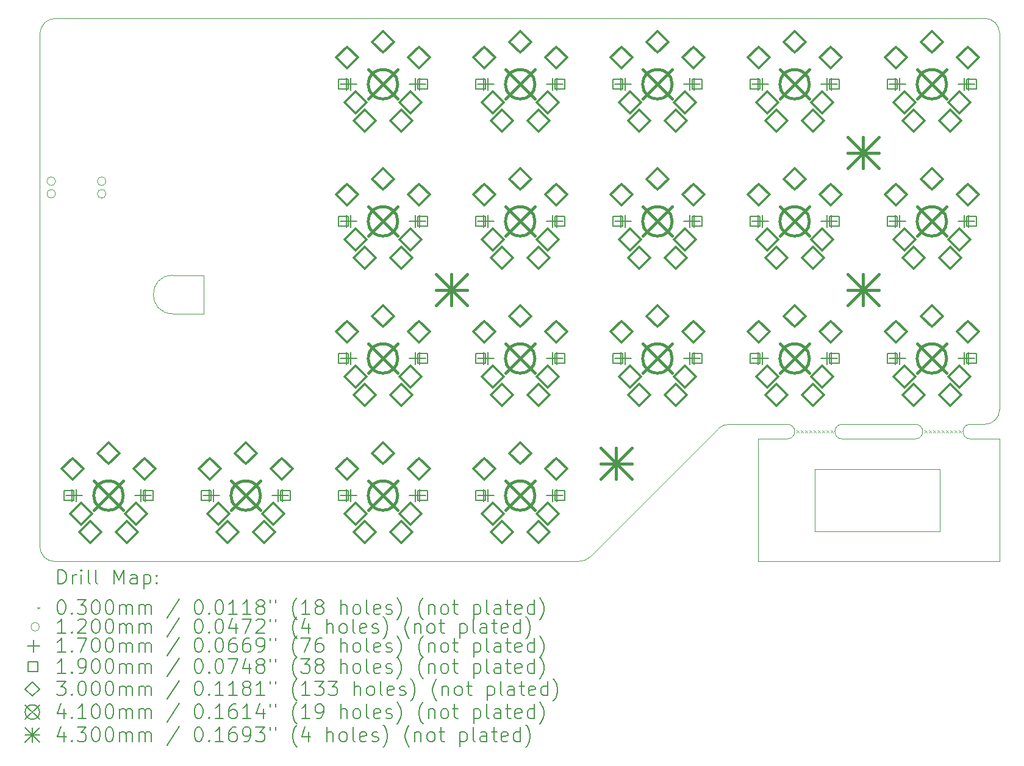
<source format=gbr>
%TF.GenerationSoftware,KiCad,Pcbnew,(6.0.10)*%
%TF.CreationDate,2023-03-05T22:21:03-08:00*%
%TF.ProjectId,tsbym,74736279-6d2e-46b6-9963-61645f706362,rev?*%
%TF.SameCoordinates,Original*%
%TF.FileFunction,Drillmap*%
%TF.FilePolarity,Positive*%
%FSLAX45Y45*%
G04 Gerber Fmt 4.5, Leading zero omitted, Abs format (unit mm)*
G04 Created by KiCad (PCBNEW (6.0.10)) date 2023-03-05 22:21:03*
%MOMM*%
%LPD*%
G01*
G04 APERTURE LIST*
%ADD10C,0.100000*%
%ADD11C,0.200000*%
%ADD12C,0.030000*%
%ADD13C,0.120000*%
%ADD14C,0.170000*%
%ADD15C,0.190000*%
%ADD16C,0.300000*%
%ADD17C,0.410000*%
%ADD18C,0.430000*%
G04 APERTURE END LIST*
D10*
X17576800Y-4876800D02*
G75*
G03*
X17373600Y-4673600I-203200J0D01*
G01*
X14630400Y-10312400D02*
X13830300Y-10312400D01*
X14224000Y-10515600D02*
X14224000Y-12217400D01*
X17373600Y-10312400D02*
G75*
G03*
X17576800Y-10109200I0J203200D01*
G01*
X11734800Y-12217400D02*
G75*
G03*
X11889623Y-12160652I-546J241060D01*
G01*
X17576800Y-10109200D02*
X17576800Y-4876800D01*
X14224000Y-12217400D02*
X16332200Y-12217400D01*
X15011400Y-11798300D02*
X15011400Y-10934700D01*
X17373600Y-4673600D02*
X4470400Y-4673600D01*
X17170400Y-10312400D02*
X17373600Y-10312400D01*
X6096000Y-8242300D02*
G75*
G03*
X6096000Y-8775700I0J-266700D01*
G01*
X15392400Y-10312400D02*
G75*
G03*
X15392400Y-10515600I0J-101600D01*
G01*
X4470400Y-4673600D02*
G75*
G03*
X4254500Y-4889500I0J-215900D01*
G01*
X16408400Y-10312400D02*
X15392400Y-10312400D01*
X15011400Y-10934700D02*
X16751300Y-10934700D01*
X11734800Y-12217400D02*
X4457700Y-12217400D01*
X6527800Y-8242300D02*
X6527800Y-8775700D01*
X14630400Y-10515600D02*
G75*
G03*
X14630400Y-10312400I0J101600D01*
G01*
X17576800Y-10515600D02*
X17576800Y-12217400D01*
X15011400Y-11798300D02*
X16751300Y-11798300D01*
X15392400Y-10515600D02*
X16408400Y-10515600D01*
X16751300Y-10934700D02*
X16751300Y-11798300D01*
X4254500Y-4889500D02*
X4254500Y-12014200D01*
X6527800Y-8775700D02*
X6096000Y-8775700D01*
X4254500Y-12014200D02*
G75*
G03*
X4457700Y-12217400I203200J0D01*
G01*
X17170400Y-10515600D02*
X17576800Y-10515600D01*
X16332200Y-12217400D02*
X17576800Y-12217400D01*
X17170400Y-10312400D02*
G75*
G03*
X17170400Y-10515600I0J-101600D01*
G01*
X6096000Y-8242300D02*
X6527800Y-8242300D01*
X13830300Y-10312400D02*
G75*
G03*
X13675477Y-10369148I546J-241060D01*
G01*
X14224000Y-10515600D02*
X14630400Y-10515600D01*
X16408400Y-10515600D02*
G75*
G03*
X16408400Y-10312400I0J101600D01*
G01*
X11889623Y-12160652D02*
X13675477Y-10369148D01*
D11*
D12*
X14758900Y-10399000D02*
X14788900Y-10429000D01*
X14788900Y-10399000D02*
X14758900Y-10429000D01*
X14818275Y-10399000D02*
X14848275Y-10429000D01*
X14848275Y-10399000D02*
X14818275Y-10429000D01*
X14877650Y-10399000D02*
X14907650Y-10429000D01*
X14907650Y-10399000D02*
X14877650Y-10429000D01*
X14937025Y-10399000D02*
X14967025Y-10429000D01*
X14967025Y-10399000D02*
X14937025Y-10429000D01*
X14996400Y-10399000D02*
X15026400Y-10429000D01*
X15026400Y-10399000D02*
X14996400Y-10429000D01*
X15055775Y-10399000D02*
X15085775Y-10429000D01*
X15085775Y-10399000D02*
X15055775Y-10429000D01*
X15115150Y-10399000D02*
X15145150Y-10429000D01*
X15145150Y-10399000D02*
X15115150Y-10429000D01*
X15174525Y-10399000D02*
X15204525Y-10429000D01*
X15204525Y-10399000D02*
X15174525Y-10429000D01*
X15233900Y-10399000D02*
X15263900Y-10429000D01*
X15263900Y-10399000D02*
X15233900Y-10429000D01*
X16536900Y-10399000D02*
X16566900Y-10429000D01*
X16566900Y-10399000D02*
X16536900Y-10429000D01*
X16596275Y-10399000D02*
X16626275Y-10429000D01*
X16626275Y-10399000D02*
X16596275Y-10429000D01*
X16655650Y-10399000D02*
X16685650Y-10429000D01*
X16685650Y-10399000D02*
X16655650Y-10429000D01*
X16715025Y-10399000D02*
X16745025Y-10429000D01*
X16745025Y-10399000D02*
X16715025Y-10429000D01*
X16774400Y-10399000D02*
X16804400Y-10429000D01*
X16804400Y-10399000D02*
X16774400Y-10429000D01*
X16833775Y-10399000D02*
X16863775Y-10429000D01*
X16863775Y-10399000D02*
X16833775Y-10429000D01*
X16893150Y-10399000D02*
X16923150Y-10429000D01*
X16923150Y-10399000D02*
X16893150Y-10429000D01*
X16952525Y-10399000D02*
X16982525Y-10429000D01*
X16982525Y-10399000D02*
X16952525Y-10429000D01*
X17011900Y-10399000D02*
X17041900Y-10429000D01*
X17041900Y-10399000D02*
X17011900Y-10429000D01*
D13*
X4472200Y-6935600D02*
G75*
G03*
X4472200Y-6935600I-60000J0D01*
G01*
X4472200Y-7110600D02*
G75*
G03*
X4472200Y-7110600I-60000J0D01*
G01*
X5172200Y-6935600D02*
G75*
G03*
X5172200Y-6935600I-60000J0D01*
G01*
X5172200Y-7110600D02*
G75*
G03*
X5172200Y-7110600I-60000J0D01*
G01*
D14*
X4699000Y-11218000D02*
X4699000Y-11388000D01*
X4614000Y-11303000D02*
X4784000Y-11303000D01*
X4757000Y-11218000D02*
X4757000Y-11388000D01*
X4672000Y-11303000D02*
X4842000Y-11303000D01*
X5657000Y-11218000D02*
X5657000Y-11388000D01*
X5572000Y-11303000D02*
X5742000Y-11303000D01*
X5715000Y-11218000D02*
X5715000Y-11388000D01*
X5630000Y-11303000D02*
X5800000Y-11303000D01*
X6604000Y-11218000D02*
X6604000Y-11388000D01*
X6519000Y-11303000D02*
X6689000Y-11303000D01*
X6662000Y-11218000D02*
X6662000Y-11388000D01*
X6577000Y-11303000D02*
X6747000Y-11303000D01*
X7562000Y-11218000D02*
X7562000Y-11388000D01*
X7477000Y-11303000D02*
X7647000Y-11303000D01*
X7620000Y-11218000D02*
X7620000Y-11388000D01*
X7535000Y-11303000D02*
X7705000Y-11303000D01*
X8509000Y-5503000D02*
X8509000Y-5673000D01*
X8424000Y-5588000D02*
X8594000Y-5588000D01*
X8509000Y-7408000D02*
X8509000Y-7578000D01*
X8424000Y-7493000D02*
X8594000Y-7493000D01*
X8509000Y-9313000D02*
X8509000Y-9483000D01*
X8424000Y-9398000D02*
X8594000Y-9398000D01*
X8509000Y-11218000D02*
X8509000Y-11388000D01*
X8424000Y-11303000D02*
X8594000Y-11303000D01*
X8567000Y-5503000D02*
X8567000Y-5673000D01*
X8482000Y-5588000D02*
X8652000Y-5588000D01*
X8567000Y-7408000D02*
X8567000Y-7578000D01*
X8482000Y-7493000D02*
X8652000Y-7493000D01*
X8567000Y-9313000D02*
X8567000Y-9483000D01*
X8482000Y-9398000D02*
X8652000Y-9398000D01*
X8567000Y-11218000D02*
X8567000Y-11388000D01*
X8482000Y-11303000D02*
X8652000Y-11303000D01*
X9467000Y-5503000D02*
X9467000Y-5673000D01*
X9382000Y-5588000D02*
X9552000Y-5588000D01*
X9467000Y-7408000D02*
X9467000Y-7578000D01*
X9382000Y-7493000D02*
X9552000Y-7493000D01*
X9467000Y-9313000D02*
X9467000Y-9483000D01*
X9382000Y-9398000D02*
X9552000Y-9398000D01*
X9467000Y-11218000D02*
X9467000Y-11388000D01*
X9382000Y-11303000D02*
X9552000Y-11303000D01*
X9525000Y-5503000D02*
X9525000Y-5673000D01*
X9440000Y-5588000D02*
X9610000Y-5588000D01*
X9525000Y-7408000D02*
X9525000Y-7578000D01*
X9440000Y-7493000D02*
X9610000Y-7493000D01*
X9525000Y-9313000D02*
X9525000Y-9483000D01*
X9440000Y-9398000D02*
X9610000Y-9398000D01*
X9525000Y-11218000D02*
X9525000Y-11388000D01*
X9440000Y-11303000D02*
X9610000Y-11303000D01*
X10414000Y-5503000D02*
X10414000Y-5673000D01*
X10329000Y-5588000D02*
X10499000Y-5588000D01*
X10414000Y-7408000D02*
X10414000Y-7578000D01*
X10329000Y-7493000D02*
X10499000Y-7493000D01*
X10414000Y-9313000D02*
X10414000Y-9483000D01*
X10329000Y-9398000D02*
X10499000Y-9398000D01*
X10414000Y-11218000D02*
X10414000Y-11388000D01*
X10329000Y-11303000D02*
X10499000Y-11303000D01*
X10472000Y-5503000D02*
X10472000Y-5673000D01*
X10387000Y-5588000D02*
X10557000Y-5588000D01*
X10472000Y-7408000D02*
X10472000Y-7578000D01*
X10387000Y-7493000D02*
X10557000Y-7493000D01*
X10472000Y-9313000D02*
X10472000Y-9483000D01*
X10387000Y-9398000D02*
X10557000Y-9398000D01*
X10472000Y-11218000D02*
X10472000Y-11388000D01*
X10387000Y-11303000D02*
X10557000Y-11303000D01*
X11372000Y-5503000D02*
X11372000Y-5673000D01*
X11287000Y-5588000D02*
X11457000Y-5588000D01*
X11372000Y-7408000D02*
X11372000Y-7578000D01*
X11287000Y-7493000D02*
X11457000Y-7493000D01*
X11372000Y-9313000D02*
X11372000Y-9483000D01*
X11287000Y-9398000D02*
X11457000Y-9398000D01*
X11372000Y-11218000D02*
X11372000Y-11388000D01*
X11287000Y-11303000D02*
X11457000Y-11303000D01*
X11430000Y-5503000D02*
X11430000Y-5673000D01*
X11345000Y-5588000D02*
X11515000Y-5588000D01*
X11430000Y-7408000D02*
X11430000Y-7578000D01*
X11345000Y-7493000D02*
X11515000Y-7493000D01*
X11430000Y-9313000D02*
X11430000Y-9483000D01*
X11345000Y-9398000D02*
X11515000Y-9398000D01*
X11430000Y-11218000D02*
X11430000Y-11388000D01*
X11345000Y-11303000D02*
X11515000Y-11303000D01*
X12319000Y-5503000D02*
X12319000Y-5673000D01*
X12234000Y-5588000D02*
X12404000Y-5588000D01*
X12319000Y-7408000D02*
X12319000Y-7578000D01*
X12234000Y-7493000D02*
X12404000Y-7493000D01*
X12319000Y-9313000D02*
X12319000Y-9483000D01*
X12234000Y-9398000D02*
X12404000Y-9398000D01*
X12377000Y-5503000D02*
X12377000Y-5673000D01*
X12292000Y-5588000D02*
X12462000Y-5588000D01*
X12377000Y-7408000D02*
X12377000Y-7578000D01*
X12292000Y-7493000D02*
X12462000Y-7493000D01*
X12377000Y-9313000D02*
X12377000Y-9483000D01*
X12292000Y-9398000D02*
X12462000Y-9398000D01*
X13277000Y-5503000D02*
X13277000Y-5673000D01*
X13192000Y-5588000D02*
X13362000Y-5588000D01*
X13277000Y-7408000D02*
X13277000Y-7578000D01*
X13192000Y-7493000D02*
X13362000Y-7493000D01*
X13277000Y-9313000D02*
X13277000Y-9483000D01*
X13192000Y-9398000D02*
X13362000Y-9398000D01*
X13335000Y-5503000D02*
X13335000Y-5673000D01*
X13250000Y-5588000D02*
X13420000Y-5588000D01*
X13335000Y-7408000D02*
X13335000Y-7578000D01*
X13250000Y-7493000D02*
X13420000Y-7493000D01*
X13335000Y-9313000D02*
X13335000Y-9483000D01*
X13250000Y-9398000D02*
X13420000Y-9398000D01*
X14224000Y-5503000D02*
X14224000Y-5673000D01*
X14139000Y-5588000D02*
X14309000Y-5588000D01*
X14224000Y-7408000D02*
X14224000Y-7578000D01*
X14139000Y-7493000D02*
X14309000Y-7493000D01*
X14224000Y-9313000D02*
X14224000Y-9483000D01*
X14139000Y-9398000D02*
X14309000Y-9398000D01*
X14282000Y-5503000D02*
X14282000Y-5673000D01*
X14197000Y-5588000D02*
X14367000Y-5588000D01*
X14282000Y-7408000D02*
X14282000Y-7578000D01*
X14197000Y-7493000D02*
X14367000Y-7493000D01*
X14282000Y-9313000D02*
X14282000Y-9483000D01*
X14197000Y-9398000D02*
X14367000Y-9398000D01*
X15182000Y-5503000D02*
X15182000Y-5673000D01*
X15097000Y-5588000D02*
X15267000Y-5588000D01*
X15182000Y-7408000D02*
X15182000Y-7578000D01*
X15097000Y-7493000D02*
X15267000Y-7493000D01*
X15182000Y-9313000D02*
X15182000Y-9483000D01*
X15097000Y-9398000D02*
X15267000Y-9398000D01*
X15240000Y-5503000D02*
X15240000Y-5673000D01*
X15155000Y-5588000D02*
X15325000Y-5588000D01*
X15240000Y-7408000D02*
X15240000Y-7578000D01*
X15155000Y-7493000D02*
X15325000Y-7493000D01*
X15240000Y-9313000D02*
X15240000Y-9483000D01*
X15155000Y-9398000D02*
X15325000Y-9398000D01*
X16129000Y-5503000D02*
X16129000Y-5673000D01*
X16044000Y-5588000D02*
X16214000Y-5588000D01*
X16129000Y-7408000D02*
X16129000Y-7578000D01*
X16044000Y-7493000D02*
X16214000Y-7493000D01*
X16129000Y-9313000D02*
X16129000Y-9483000D01*
X16044000Y-9398000D02*
X16214000Y-9398000D01*
X16187000Y-5503000D02*
X16187000Y-5673000D01*
X16102000Y-5588000D02*
X16272000Y-5588000D01*
X16187000Y-7408000D02*
X16187000Y-7578000D01*
X16102000Y-7493000D02*
X16272000Y-7493000D01*
X16187000Y-9313000D02*
X16187000Y-9483000D01*
X16102000Y-9398000D02*
X16272000Y-9398000D01*
X17087000Y-5503000D02*
X17087000Y-5673000D01*
X17002000Y-5588000D02*
X17172000Y-5588000D01*
X17087000Y-7408000D02*
X17087000Y-7578000D01*
X17002000Y-7493000D02*
X17172000Y-7493000D01*
X17087000Y-9313000D02*
X17087000Y-9483000D01*
X17002000Y-9398000D02*
X17172000Y-9398000D01*
X17145000Y-5503000D02*
X17145000Y-5673000D01*
X17060000Y-5588000D02*
X17230000Y-5588000D01*
X17145000Y-7408000D02*
X17145000Y-7578000D01*
X17060000Y-7493000D02*
X17230000Y-7493000D01*
X17145000Y-9313000D02*
X17145000Y-9483000D01*
X17060000Y-9398000D02*
X17230000Y-9398000D01*
D15*
X4724176Y-11370176D02*
X4724176Y-11235824D01*
X4589824Y-11235824D01*
X4589824Y-11370176D01*
X4724176Y-11370176D01*
X5824176Y-11370176D02*
X5824176Y-11235824D01*
X5689824Y-11235824D01*
X5689824Y-11370176D01*
X5824176Y-11370176D01*
X6629176Y-11370176D02*
X6629176Y-11235824D01*
X6494824Y-11235824D01*
X6494824Y-11370176D01*
X6629176Y-11370176D01*
X7729176Y-11370176D02*
X7729176Y-11235824D01*
X7594824Y-11235824D01*
X7594824Y-11370176D01*
X7729176Y-11370176D01*
X8534176Y-5655176D02*
X8534176Y-5520824D01*
X8399824Y-5520824D01*
X8399824Y-5655176D01*
X8534176Y-5655176D01*
X8534176Y-7560176D02*
X8534176Y-7425824D01*
X8399824Y-7425824D01*
X8399824Y-7560176D01*
X8534176Y-7560176D01*
X8534176Y-9465176D02*
X8534176Y-9330824D01*
X8399824Y-9330824D01*
X8399824Y-9465176D01*
X8534176Y-9465176D01*
X8534176Y-11370176D02*
X8534176Y-11235824D01*
X8399824Y-11235824D01*
X8399824Y-11370176D01*
X8534176Y-11370176D01*
X9634176Y-5655176D02*
X9634176Y-5520824D01*
X9499824Y-5520824D01*
X9499824Y-5655176D01*
X9634176Y-5655176D01*
X9634176Y-7560176D02*
X9634176Y-7425824D01*
X9499824Y-7425824D01*
X9499824Y-7560176D01*
X9634176Y-7560176D01*
X9634176Y-9465176D02*
X9634176Y-9330824D01*
X9499824Y-9330824D01*
X9499824Y-9465176D01*
X9634176Y-9465176D01*
X9634176Y-11370176D02*
X9634176Y-11235824D01*
X9499824Y-11235824D01*
X9499824Y-11370176D01*
X9634176Y-11370176D01*
X10439176Y-5655176D02*
X10439176Y-5520824D01*
X10304824Y-5520824D01*
X10304824Y-5655176D01*
X10439176Y-5655176D01*
X10439176Y-7560176D02*
X10439176Y-7425824D01*
X10304824Y-7425824D01*
X10304824Y-7560176D01*
X10439176Y-7560176D01*
X10439176Y-9465176D02*
X10439176Y-9330824D01*
X10304824Y-9330824D01*
X10304824Y-9465176D01*
X10439176Y-9465176D01*
X10439176Y-11370176D02*
X10439176Y-11235824D01*
X10304824Y-11235824D01*
X10304824Y-11370176D01*
X10439176Y-11370176D01*
X11539176Y-5655176D02*
X11539176Y-5520824D01*
X11404824Y-5520824D01*
X11404824Y-5655176D01*
X11539176Y-5655176D01*
X11539176Y-7560176D02*
X11539176Y-7425824D01*
X11404824Y-7425824D01*
X11404824Y-7560176D01*
X11539176Y-7560176D01*
X11539176Y-9465176D02*
X11539176Y-9330824D01*
X11404824Y-9330824D01*
X11404824Y-9465176D01*
X11539176Y-9465176D01*
X11539176Y-11370176D02*
X11539176Y-11235824D01*
X11404824Y-11235824D01*
X11404824Y-11370176D01*
X11539176Y-11370176D01*
X12344176Y-5655176D02*
X12344176Y-5520824D01*
X12209824Y-5520824D01*
X12209824Y-5655176D01*
X12344176Y-5655176D01*
X12344176Y-7560176D02*
X12344176Y-7425824D01*
X12209824Y-7425824D01*
X12209824Y-7560176D01*
X12344176Y-7560176D01*
X12344176Y-9465176D02*
X12344176Y-9330824D01*
X12209824Y-9330824D01*
X12209824Y-9465176D01*
X12344176Y-9465176D01*
X13444176Y-5655176D02*
X13444176Y-5520824D01*
X13309824Y-5520824D01*
X13309824Y-5655176D01*
X13444176Y-5655176D01*
X13444176Y-7560176D02*
X13444176Y-7425824D01*
X13309824Y-7425824D01*
X13309824Y-7560176D01*
X13444176Y-7560176D01*
X13444176Y-9465176D02*
X13444176Y-9330824D01*
X13309824Y-9330824D01*
X13309824Y-9465176D01*
X13444176Y-9465176D01*
X14249176Y-5655176D02*
X14249176Y-5520824D01*
X14114824Y-5520824D01*
X14114824Y-5655176D01*
X14249176Y-5655176D01*
X14249176Y-7560176D02*
X14249176Y-7425824D01*
X14114824Y-7425824D01*
X14114824Y-7560176D01*
X14249176Y-7560176D01*
X14249176Y-9465176D02*
X14249176Y-9330824D01*
X14114824Y-9330824D01*
X14114824Y-9465176D01*
X14249176Y-9465176D01*
X15349176Y-5655176D02*
X15349176Y-5520824D01*
X15214824Y-5520824D01*
X15214824Y-5655176D01*
X15349176Y-5655176D01*
X15349176Y-7560176D02*
X15349176Y-7425824D01*
X15214824Y-7425824D01*
X15214824Y-7560176D01*
X15349176Y-7560176D01*
X15349176Y-9465176D02*
X15349176Y-9330824D01*
X15214824Y-9330824D01*
X15214824Y-9465176D01*
X15349176Y-9465176D01*
X16154176Y-5655176D02*
X16154176Y-5520824D01*
X16019824Y-5520824D01*
X16019824Y-5655176D01*
X16154176Y-5655176D01*
X16154176Y-7560176D02*
X16154176Y-7425824D01*
X16019824Y-7425824D01*
X16019824Y-7560176D01*
X16154176Y-7560176D01*
X16154176Y-9465176D02*
X16154176Y-9330824D01*
X16019824Y-9330824D01*
X16019824Y-9465176D01*
X16154176Y-9465176D01*
X17254176Y-5655176D02*
X17254176Y-5520824D01*
X17119824Y-5520824D01*
X17119824Y-5655176D01*
X17254176Y-5655176D01*
X17254176Y-7560176D02*
X17254176Y-7425824D01*
X17119824Y-7425824D01*
X17119824Y-7560176D01*
X17254176Y-7560176D01*
X17254176Y-9465176D02*
X17254176Y-9330824D01*
X17119824Y-9330824D01*
X17119824Y-9465176D01*
X17254176Y-9465176D01*
D16*
X4707000Y-11083000D02*
X4857000Y-10933000D01*
X4707000Y-10783000D01*
X4557000Y-10933000D01*
X4707000Y-11083000D01*
X4826000Y-11707000D02*
X4976000Y-11557000D01*
X4826000Y-11407000D01*
X4676000Y-11557000D01*
X4826000Y-11707000D01*
X4953000Y-11961000D02*
X5103000Y-11811000D01*
X4953000Y-11661000D01*
X4803000Y-11811000D01*
X4953000Y-11961000D01*
X5207000Y-10863000D02*
X5357000Y-10713000D01*
X5207000Y-10563000D01*
X5057000Y-10713000D01*
X5207000Y-10863000D01*
X5461000Y-11961000D02*
X5611000Y-11811000D01*
X5461000Y-11661000D01*
X5311000Y-11811000D01*
X5461000Y-11961000D01*
X5588000Y-11707000D02*
X5738000Y-11557000D01*
X5588000Y-11407000D01*
X5438000Y-11557000D01*
X5588000Y-11707000D01*
X5707000Y-11083000D02*
X5857000Y-10933000D01*
X5707000Y-10783000D01*
X5557000Y-10933000D01*
X5707000Y-11083000D01*
X6612000Y-11083000D02*
X6762000Y-10933000D01*
X6612000Y-10783000D01*
X6462000Y-10933000D01*
X6612000Y-11083000D01*
X6731000Y-11707000D02*
X6881000Y-11557000D01*
X6731000Y-11407000D01*
X6581000Y-11557000D01*
X6731000Y-11707000D01*
X6858000Y-11961000D02*
X7008000Y-11811000D01*
X6858000Y-11661000D01*
X6708000Y-11811000D01*
X6858000Y-11961000D01*
X7112000Y-10863000D02*
X7262000Y-10713000D01*
X7112000Y-10563000D01*
X6962000Y-10713000D01*
X7112000Y-10863000D01*
X7366000Y-11961000D02*
X7516000Y-11811000D01*
X7366000Y-11661000D01*
X7216000Y-11811000D01*
X7366000Y-11961000D01*
X7493000Y-11707000D02*
X7643000Y-11557000D01*
X7493000Y-11407000D01*
X7343000Y-11557000D01*
X7493000Y-11707000D01*
X7612000Y-11083000D02*
X7762000Y-10933000D01*
X7612000Y-10783000D01*
X7462000Y-10933000D01*
X7612000Y-11083000D01*
X8517000Y-5368000D02*
X8667000Y-5218000D01*
X8517000Y-5068000D01*
X8367000Y-5218000D01*
X8517000Y-5368000D01*
X8517000Y-7273000D02*
X8667000Y-7123000D01*
X8517000Y-6973000D01*
X8367000Y-7123000D01*
X8517000Y-7273000D01*
X8517000Y-9178000D02*
X8667000Y-9028000D01*
X8517000Y-8878000D01*
X8367000Y-9028000D01*
X8517000Y-9178000D01*
X8517000Y-11083000D02*
X8667000Y-10933000D01*
X8517000Y-10783000D01*
X8367000Y-10933000D01*
X8517000Y-11083000D01*
X8636000Y-5992000D02*
X8786000Y-5842000D01*
X8636000Y-5692000D01*
X8486000Y-5842000D01*
X8636000Y-5992000D01*
X8636000Y-7897000D02*
X8786000Y-7747000D01*
X8636000Y-7597000D01*
X8486000Y-7747000D01*
X8636000Y-7897000D01*
X8636000Y-9802000D02*
X8786000Y-9652000D01*
X8636000Y-9502000D01*
X8486000Y-9652000D01*
X8636000Y-9802000D01*
X8636000Y-11707000D02*
X8786000Y-11557000D01*
X8636000Y-11407000D01*
X8486000Y-11557000D01*
X8636000Y-11707000D01*
X8763000Y-6246000D02*
X8913000Y-6096000D01*
X8763000Y-5946000D01*
X8613000Y-6096000D01*
X8763000Y-6246000D01*
X8763000Y-8151000D02*
X8913000Y-8001000D01*
X8763000Y-7851000D01*
X8613000Y-8001000D01*
X8763000Y-8151000D01*
X8763000Y-10056000D02*
X8913000Y-9906000D01*
X8763000Y-9756000D01*
X8613000Y-9906000D01*
X8763000Y-10056000D01*
X8763000Y-11961000D02*
X8913000Y-11811000D01*
X8763000Y-11661000D01*
X8613000Y-11811000D01*
X8763000Y-11961000D01*
X9017000Y-5148000D02*
X9167000Y-4998000D01*
X9017000Y-4848000D01*
X8867000Y-4998000D01*
X9017000Y-5148000D01*
X9017000Y-7053000D02*
X9167000Y-6903000D01*
X9017000Y-6753000D01*
X8867000Y-6903000D01*
X9017000Y-7053000D01*
X9017000Y-8958000D02*
X9167000Y-8808000D01*
X9017000Y-8658000D01*
X8867000Y-8808000D01*
X9017000Y-8958000D01*
X9017000Y-10863000D02*
X9167000Y-10713000D01*
X9017000Y-10563000D01*
X8867000Y-10713000D01*
X9017000Y-10863000D01*
X9271000Y-6246000D02*
X9421000Y-6096000D01*
X9271000Y-5946000D01*
X9121000Y-6096000D01*
X9271000Y-6246000D01*
X9271000Y-8151000D02*
X9421000Y-8001000D01*
X9271000Y-7851000D01*
X9121000Y-8001000D01*
X9271000Y-8151000D01*
X9271000Y-10056000D02*
X9421000Y-9906000D01*
X9271000Y-9756000D01*
X9121000Y-9906000D01*
X9271000Y-10056000D01*
X9271000Y-11961000D02*
X9421000Y-11811000D01*
X9271000Y-11661000D01*
X9121000Y-11811000D01*
X9271000Y-11961000D01*
X9398000Y-5992000D02*
X9548000Y-5842000D01*
X9398000Y-5692000D01*
X9248000Y-5842000D01*
X9398000Y-5992000D01*
X9398000Y-7897000D02*
X9548000Y-7747000D01*
X9398000Y-7597000D01*
X9248000Y-7747000D01*
X9398000Y-7897000D01*
X9398000Y-9802000D02*
X9548000Y-9652000D01*
X9398000Y-9502000D01*
X9248000Y-9652000D01*
X9398000Y-9802000D01*
X9398000Y-11707000D02*
X9548000Y-11557000D01*
X9398000Y-11407000D01*
X9248000Y-11557000D01*
X9398000Y-11707000D01*
X9517000Y-5368000D02*
X9667000Y-5218000D01*
X9517000Y-5068000D01*
X9367000Y-5218000D01*
X9517000Y-5368000D01*
X9517000Y-7273000D02*
X9667000Y-7123000D01*
X9517000Y-6973000D01*
X9367000Y-7123000D01*
X9517000Y-7273000D01*
X9517000Y-9178000D02*
X9667000Y-9028000D01*
X9517000Y-8878000D01*
X9367000Y-9028000D01*
X9517000Y-9178000D01*
X9517000Y-11083000D02*
X9667000Y-10933000D01*
X9517000Y-10783000D01*
X9367000Y-10933000D01*
X9517000Y-11083000D01*
X10422000Y-5368000D02*
X10572000Y-5218000D01*
X10422000Y-5068000D01*
X10272000Y-5218000D01*
X10422000Y-5368000D01*
X10422000Y-7273000D02*
X10572000Y-7123000D01*
X10422000Y-6973000D01*
X10272000Y-7123000D01*
X10422000Y-7273000D01*
X10422000Y-9178000D02*
X10572000Y-9028000D01*
X10422000Y-8878000D01*
X10272000Y-9028000D01*
X10422000Y-9178000D01*
X10422000Y-11083000D02*
X10572000Y-10933000D01*
X10422000Y-10783000D01*
X10272000Y-10933000D01*
X10422000Y-11083000D01*
X10541000Y-5992000D02*
X10691000Y-5842000D01*
X10541000Y-5692000D01*
X10391000Y-5842000D01*
X10541000Y-5992000D01*
X10541000Y-7897000D02*
X10691000Y-7747000D01*
X10541000Y-7597000D01*
X10391000Y-7747000D01*
X10541000Y-7897000D01*
X10541000Y-9802000D02*
X10691000Y-9652000D01*
X10541000Y-9502000D01*
X10391000Y-9652000D01*
X10541000Y-9802000D01*
X10541000Y-11707000D02*
X10691000Y-11557000D01*
X10541000Y-11407000D01*
X10391000Y-11557000D01*
X10541000Y-11707000D01*
X10668000Y-6246000D02*
X10818000Y-6096000D01*
X10668000Y-5946000D01*
X10518000Y-6096000D01*
X10668000Y-6246000D01*
X10668000Y-8151000D02*
X10818000Y-8001000D01*
X10668000Y-7851000D01*
X10518000Y-8001000D01*
X10668000Y-8151000D01*
X10668000Y-10056000D02*
X10818000Y-9906000D01*
X10668000Y-9756000D01*
X10518000Y-9906000D01*
X10668000Y-10056000D01*
X10668000Y-11961000D02*
X10818000Y-11811000D01*
X10668000Y-11661000D01*
X10518000Y-11811000D01*
X10668000Y-11961000D01*
X10922000Y-5148000D02*
X11072000Y-4998000D01*
X10922000Y-4848000D01*
X10772000Y-4998000D01*
X10922000Y-5148000D01*
X10922000Y-7053000D02*
X11072000Y-6903000D01*
X10922000Y-6753000D01*
X10772000Y-6903000D01*
X10922000Y-7053000D01*
X10922000Y-8958000D02*
X11072000Y-8808000D01*
X10922000Y-8658000D01*
X10772000Y-8808000D01*
X10922000Y-8958000D01*
X10922000Y-10863000D02*
X11072000Y-10713000D01*
X10922000Y-10563000D01*
X10772000Y-10713000D01*
X10922000Y-10863000D01*
X11176000Y-6246000D02*
X11326000Y-6096000D01*
X11176000Y-5946000D01*
X11026000Y-6096000D01*
X11176000Y-6246000D01*
X11176000Y-8151000D02*
X11326000Y-8001000D01*
X11176000Y-7851000D01*
X11026000Y-8001000D01*
X11176000Y-8151000D01*
X11176000Y-10056000D02*
X11326000Y-9906000D01*
X11176000Y-9756000D01*
X11026000Y-9906000D01*
X11176000Y-10056000D01*
X11176000Y-11961000D02*
X11326000Y-11811000D01*
X11176000Y-11661000D01*
X11026000Y-11811000D01*
X11176000Y-11961000D01*
X11303000Y-5992000D02*
X11453000Y-5842000D01*
X11303000Y-5692000D01*
X11153000Y-5842000D01*
X11303000Y-5992000D01*
X11303000Y-7897000D02*
X11453000Y-7747000D01*
X11303000Y-7597000D01*
X11153000Y-7747000D01*
X11303000Y-7897000D01*
X11303000Y-9802000D02*
X11453000Y-9652000D01*
X11303000Y-9502000D01*
X11153000Y-9652000D01*
X11303000Y-9802000D01*
X11303000Y-11707000D02*
X11453000Y-11557000D01*
X11303000Y-11407000D01*
X11153000Y-11557000D01*
X11303000Y-11707000D01*
X11422000Y-5368000D02*
X11572000Y-5218000D01*
X11422000Y-5068000D01*
X11272000Y-5218000D01*
X11422000Y-5368000D01*
X11422000Y-7273000D02*
X11572000Y-7123000D01*
X11422000Y-6973000D01*
X11272000Y-7123000D01*
X11422000Y-7273000D01*
X11422000Y-9178000D02*
X11572000Y-9028000D01*
X11422000Y-8878000D01*
X11272000Y-9028000D01*
X11422000Y-9178000D01*
X11422000Y-11083000D02*
X11572000Y-10933000D01*
X11422000Y-10783000D01*
X11272000Y-10933000D01*
X11422000Y-11083000D01*
X12327000Y-5368000D02*
X12477000Y-5218000D01*
X12327000Y-5068000D01*
X12177000Y-5218000D01*
X12327000Y-5368000D01*
X12327000Y-7273000D02*
X12477000Y-7123000D01*
X12327000Y-6973000D01*
X12177000Y-7123000D01*
X12327000Y-7273000D01*
X12327000Y-9178000D02*
X12477000Y-9028000D01*
X12327000Y-8878000D01*
X12177000Y-9028000D01*
X12327000Y-9178000D01*
X12446000Y-5992000D02*
X12596000Y-5842000D01*
X12446000Y-5692000D01*
X12296000Y-5842000D01*
X12446000Y-5992000D01*
X12446000Y-7897000D02*
X12596000Y-7747000D01*
X12446000Y-7597000D01*
X12296000Y-7747000D01*
X12446000Y-7897000D01*
X12446000Y-9802000D02*
X12596000Y-9652000D01*
X12446000Y-9502000D01*
X12296000Y-9652000D01*
X12446000Y-9802000D01*
X12573000Y-6246000D02*
X12723000Y-6096000D01*
X12573000Y-5946000D01*
X12423000Y-6096000D01*
X12573000Y-6246000D01*
X12573000Y-8151000D02*
X12723000Y-8001000D01*
X12573000Y-7851000D01*
X12423000Y-8001000D01*
X12573000Y-8151000D01*
X12573000Y-10056000D02*
X12723000Y-9906000D01*
X12573000Y-9756000D01*
X12423000Y-9906000D01*
X12573000Y-10056000D01*
X12827000Y-5148000D02*
X12977000Y-4998000D01*
X12827000Y-4848000D01*
X12677000Y-4998000D01*
X12827000Y-5148000D01*
X12827000Y-7053000D02*
X12977000Y-6903000D01*
X12827000Y-6753000D01*
X12677000Y-6903000D01*
X12827000Y-7053000D01*
X12827000Y-8958000D02*
X12977000Y-8808000D01*
X12827000Y-8658000D01*
X12677000Y-8808000D01*
X12827000Y-8958000D01*
X13081000Y-6246000D02*
X13231000Y-6096000D01*
X13081000Y-5946000D01*
X12931000Y-6096000D01*
X13081000Y-6246000D01*
X13081000Y-8151000D02*
X13231000Y-8001000D01*
X13081000Y-7851000D01*
X12931000Y-8001000D01*
X13081000Y-8151000D01*
X13081000Y-10056000D02*
X13231000Y-9906000D01*
X13081000Y-9756000D01*
X12931000Y-9906000D01*
X13081000Y-10056000D01*
X13208000Y-5992000D02*
X13358000Y-5842000D01*
X13208000Y-5692000D01*
X13058000Y-5842000D01*
X13208000Y-5992000D01*
X13208000Y-7897000D02*
X13358000Y-7747000D01*
X13208000Y-7597000D01*
X13058000Y-7747000D01*
X13208000Y-7897000D01*
X13208000Y-9802000D02*
X13358000Y-9652000D01*
X13208000Y-9502000D01*
X13058000Y-9652000D01*
X13208000Y-9802000D01*
X13327000Y-5368000D02*
X13477000Y-5218000D01*
X13327000Y-5068000D01*
X13177000Y-5218000D01*
X13327000Y-5368000D01*
X13327000Y-7273000D02*
X13477000Y-7123000D01*
X13327000Y-6973000D01*
X13177000Y-7123000D01*
X13327000Y-7273000D01*
X13327000Y-9178000D02*
X13477000Y-9028000D01*
X13327000Y-8878000D01*
X13177000Y-9028000D01*
X13327000Y-9178000D01*
X14232000Y-5368000D02*
X14382000Y-5218000D01*
X14232000Y-5068000D01*
X14082000Y-5218000D01*
X14232000Y-5368000D01*
X14232000Y-7273000D02*
X14382000Y-7123000D01*
X14232000Y-6973000D01*
X14082000Y-7123000D01*
X14232000Y-7273000D01*
X14232000Y-9178000D02*
X14382000Y-9028000D01*
X14232000Y-8878000D01*
X14082000Y-9028000D01*
X14232000Y-9178000D01*
X14351000Y-5992000D02*
X14501000Y-5842000D01*
X14351000Y-5692000D01*
X14201000Y-5842000D01*
X14351000Y-5992000D01*
X14351000Y-7897000D02*
X14501000Y-7747000D01*
X14351000Y-7597000D01*
X14201000Y-7747000D01*
X14351000Y-7897000D01*
X14351000Y-9802000D02*
X14501000Y-9652000D01*
X14351000Y-9502000D01*
X14201000Y-9652000D01*
X14351000Y-9802000D01*
X14478000Y-6246000D02*
X14628000Y-6096000D01*
X14478000Y-5946000D01*
X14328000Y-6096000D01*
X14478000Y-6246000D01*
X14478000Y-8151000D02*
X14628000Y-8001000D01*
X14478000Y-7851000D01*
X14328000Y-8001000D01*
X14478000Y-8151000D01*
X14478000Y-10056000D02*
X14628000Y-9906000D01*
X14478000Y-9756000D01*
X14328000Y-9906000D01*
X14478000Y-10056000D01*
X14732000Y-5148000D02*
X14882000Y-4998000D01*
X14732000Y-4848000D01*
X14582000Y-4998000D01*
X14732000Y-5148000D01*
X14732000Y-7053000D02*
X14882000Y-6903000D01*
X14732000Y-6753000D01*
X14582000Y-6903000D01*
X14732000Y-7053000D01*
X14732000Y-8958000D02*
X14882000Y-8808000D01*
X14732000Y-8658000D01*
X14582000Y-8808000D01*
X14732000Y-8958000D01*
X14986000Y-6246000D02*
X15136000Y-6096000D01*
X14986000Y-5946000D01*
X14836000Y-6096000D01*
X14986000Y-6246000D01*
X14986000Y-8151000D02*
X15136000Y-8001000D01*
X14986000Y-7851000D01*
X14836000Y-8001000D01*
X14986000Y-8151000D01*
X14986000Y-10056000D02*
X15136000Y-9906000D01*
X14986000Y-9756000D01*
X14836000Y-9906000D01*
X14986000Y-10056000D01*
X15113000Y-5992000D02*
X15263000Y-5842000D01*
X15113000Y-5692000D01*
X14963000Y-5842000D01*
X15113000Y-5992000D01*
X15113000Y-7897000D02*
X15263000Y-7747000D01*
X15113000Y-7597000D01*
X14963000Y-7747000D01*
X15113000Y-7897000D01*
X15113000Y-9802000D02*
X15263000Y-9652000D01*
X15113000Y-9502000D01*
X14963000Y-9652000D01*
X15113000Y-9802000D01*
X15232000Y-5368000D02*
X15382000Y-5218000D01*
X15232000Y-5068000D01*
X15082000Y-5218000D01*
X15232000Y-5368000D01*
X15232000Y-7273000D02*
X15382000Y-7123000D01*
X15232000Y-6973000D01*
X15082000Y-7123000D01*
X15232000Y-7273000D01*
X15232000Y-9178000D02*
X15382000Y-9028000D01*
X15232000Y-8878000D01*
X15082000Y-9028000D01*
X15232000Y-9178000D01*
X16137000Y-5368000D02*
X16287000Y-5218000D01*
X16137000Y-5068000D01*
X15987000Y-5218000D01*
X16137000Y-5368000D01*
X16137000Y-7273000D02*
X16287000Y-7123000D01*
X16137000Y-6973000D01*
X15987000Y-7123000D01*
X16137000Y-7273000D01*
X16137000Y-9178000D02*
X16287000Y-9028000D01*
X16137000Y-8878000D01*
X15987000Y-9028000D01*
X16137000Y-9178000D01*
X16256000Y-5992000D02*
X16406000Y-5842000D01*
X16256000Y-5692000D01*
X16106000Y-5842000D01*
X16256000Y-5992000D01*
X16256000Y-7897000D02*
X16406000Y-7747000D01*
X16256000Y-7597000D01*
X16106000Y-7747000D01*
X16256000Y-7897000D01*
X16256000Y-9802000D02*
X16406000Y-9652000D01*
X16256000Y-9502000D01*
X16106000Y-9652000D01*
X16256000Y-9802000D01*
X16383000Y-6246000D02*
X16533000Y-6096000D01*
X16383000Y-5946000D01*
X16233000Y-6096000D01*
X16383000Y-6246000D01*
X16383000Y-8151000D02*
X16533000Y-8001000D01*
X16383000Y-7851000D01*
X16233000Y-8001000D01*
X16383000Y-8151000D01*
X16383000Y-10056000D02*
X16533000Y-9906000D01*
X16383000Y-9756000D01*
X16233000Y-9906000D01*
X16383000Y-10056000D01*
X16637000Y-5148000D02*
X16787000Y-4998000D01*
X16637000Y-4848000D01*
X16487000Y-4998000D01*
X16637000Y-5148000D01*
X16637000Y-7053000D02*
X16787000Y-6903000D01*
X16637000Y-6753000D01*
X16487000Y-6903000D01*
X16637000Y-7053000D01*
X16637000Y-8958000D02*
X16787000Y-8808000D01*
X16637000Y-8658000D01*
X16487000Y-8808000D01*
X16637000Y-8958000D01*
X16891000Y-6246000D02*
X17041000Y-6096000D01*
X16891000Y-5946000D01*
X16741000Y-6096000D01*
X16891000Y-6246000D01*
X16891000Y-8151000D02*
X17041000Y-8001000D01*
X16891000Y-7851000D01*
X16741000Y-8001000D01*
X16891000Y-8151000D01*
X16891000Y-10056000D02*
X17041000Y-9906000D01*
X16891000Y-9756000D01*
X16741000Y-9906000D01*
X16891000Y-10056000D01*
X17018000Y-5992000D02*
X17168000Y-5842000D01*
X17018000Y-5692000D01*
X16868000Y-5842000D01*
X17018000Y-5992000D01*
X17018000Y-7897000D02*
X17168000Y-7747000D01*
X17018000Y-7597000D01*
X16868000Y-7747000D01*
X17018000Y-7897000D01*
X17018000Y-9802000D02*
X17168000Y-9652000D01*
X17018000Y-9502000D01*
X16868000Y-9652000D01*
X17018000Y-9802000D01*
X17137000Y-5368000D02*
X17287000Y-5218000D01*
X17137000Y-5068000D01*
X16987000Y-5218000D01*
X17137000Y-5368000D01*
X17137000Y-7273000D02*
X17287000Y-7123000D01*
X17137000Y-6973000D01*
X16987000Y-7123000D01*
X17137000Y-7273000D01*
X17137000Y-9178000D02*
X17287000Y-9028000D01*
X17137000Y-8878000D01*
X16987000Y-9028000D01*
X17137000Y-9178000D01*
D17*
X5002000Y-11098000D02*
X5412000Y-11508000D01*
X5412000Y-11098000D02*
X5002000Y-11508000D01*
X5412000Y-11303000D02*
G75*
G03*
X5412000Y-11303000I-205000J0D01*
G01*
X6907000Y-11098000D02*
X7317000Y-11508000D01*
X7317000Y-11098000D02*
X6907000Y-11508000D01*
X7317000Y-11303000D02*
G75*
G03*
X7317000Y-11303000I-205000J0D01*
G01*
X8812000Y-5383000D02*
X9222000Y-5793000D01*
X9222000Y-5383000D02*
X8812000Y-5793000D01*
X9222000Y-5588000D02*
G75*
G03*
X9222000Y-5588000I-205000J0D01*
G01*
X8812000Y-7288000D02*
X9222000Y-7698000D01*
X9222000Y-7288000D02*
X8812000Y-7698000D01*
X9222000Y-7493000D02*
G75*
G03*
X9222000Y-7493000I-205000J0D01*
G01*
X8812000Y-9193000D02*
X9222000Y-9603000D01*
X9222000Y-9193000D02*
X8812000Y-9603000D01*
X9222000Y-9398000D02*
G75*
G03*
X9222000Y-9398000I-205000J0D01*
G01*
X8812000Y-11098000D02*
X9222000Y-11508000D01*
X9222000Y-11098000D02*
X8812000Y-11508000D01*
X9222000Y-11303000D02*
G75*
G03*
X9222000Y-11303000I-205000J0D01*
G01*
X10717000Y-5383000D02*
X11127000Y-5793000D01*
X11127000Y-5383000D02*
X10717000Y-5793000D01*
X11127000Y-5588000D02*
G75*
G03*
X11127000Y-5588000I-205000J0D01*
G01*
X10717000Y-7288000D02*
X11127000Y-7698000D01*
X11127000Y-7288000D02*
X10717000Y-7698000D01*
X11127000Y-7493000D02*
G75*
G03*
X11127000Y-7493000I-205000J0D01*
G01*
X10717000Y-9193000D02*
X11127000Y-9603000D01*
X11127000Y-9193000D02*
X10717000Y-9603000D01*
X11127000Y-9398000D02*
G75*
G03*
X11127000Y-9398000I-205000J0D01*
G01*
X10717000Y-11098000D02*
X11127000Y-11508000D01*
X11127000Y-11098000D02*
X10717000Y-11508000D01*
X11127000Y-11303000D02*
G75*
G03*
X11127000Y-11303000I-205000J0D01*
G01*
X12622000Y-5383000D02*
X13032000Y-5793000D01*
X13032000Y-5383000D02*
X12622000Y-5793000D01*
X13032000Y-5588000D02*
G75*
G03*
X13032000Y-5588000I-205000J0D01*
G01*
X12622000Y-7288000D02*
X13032000Y-7698000D01*
X13032000Y-7288000D02*
X12622000Y-7698000D01*
X13032000Y-7493000D02*
G75*
G03*
X13032000Y-7493000I-205000J0D01*
G01*
X12622000Y-9193000D02*
X13032000Y-9603000D01*
X13032000Y-9193000D02*
X12622000Y-9603000D01*
X13032000Y-9398000D02*
G75*
G03*
X13032000Y-9398000I-205000J0D01*
G01*
X14527000Y-5383000D02*
X14937000Y-5793000D01*
X14937000Y-5383000D02*
X14527000Y-5793000D01*
X14937000Y-5588000D02*
G75*
G03*
X14937000Y-5588000I-205000J0D01*
G01*
X14527000Y-7288000D02*
X14937000Y-7698000D01*
X14937000Y-7288000D02*
X14527000Y-7698000D01*
X14937000Y-7493000D02*
G75*
G03*
X14937000Y-7493000I-205000J0D01*
G01*
X14527000Y-9193000D02*
X14937000Y-9603000D01*
X14937000Y-9193000D02*
X14527000Y-9603000D01*
X14937000Y-9398000D02*
G75*
G03*
X14937000Y-9398000I-205000J0D01*
G01*
X16432000Y-5383000D02*
X16842000Y-5793000D01*
X16842000Y-5383000D02*
X16432000Y-5793000D01*
X16842000Y-5588000D02*
G75*
G03*
X16842000Y-5588000I-205000J0D01*
G01*
X16432000Y-7288000D02*
X16842000Y-7698000D01*
X16842000Y-7288000D02*
X16432000Y-7698000D01*
X16842000Y-7493000D02*
G75*
G03*
X16842000Y-7493000I-205000J0D01*
G01*
X16432000Y-9193000D02*
X16842000Y-9603000D01*
X16842000Y-9193000D02*
X16432000Y-9603000D01*
X16842000Y-9398000D02*
G75*
G03*
X16842000Y-9398000I-205000J0D01*
G01*
D18*
X9754500Y-8230500D02*
X10184500Y-8660500D01*
X10184500Y-8230500D02*
X9754500Y-8660500D01*
X9969500Y-8230500D02*
X9969500Y-8660500D01*
X9754500Y-8445500D02*
X10184500Y-8445500D01*
X12040500Y-10643500D02*
X12470500Y-11073500D01*
X12470500Y-10643500D02*
X12040500Y-11073500D01*
X12255500Y-10643500D02*
X12255500Y-11073500D01*
X12040500Y-10858500D02*
X12470500Y-10858500D01*
X15469500Y-6325500D02*
X15899500Y-6755500D01*
X15899500Y-6325500D02*
X15469500Y-6755500D01*
X15684500Y-6325500D02*
X15684500Y-6755500D01*
X15469500Y-6540500D02*
X15899500Y-6540500D01*
X15469500Y-8230500D02*
X15899500Y-8660500D01*
X15899500Y-8230500D02*
X15469500Y-8660500D01*
X15684500Y-8230500D02*
X15684500Y-8660500D01*
X15469500Y-8445500D02*
X15899500Y-8445500D01*
D11*
X4507119Y-12532876D02*
X4507119Y-12332876D01*
X4554738Y-12332876D01*
X4583309Y-12342400D01*
X4602357Y-12361448D01*
X4611881Y-12380495D01*
X4621405Y-12418590D01*
X4621405Y-12447162D01*
X4611881Y-12485257D01*
X4602357Y-12504305D01*
X4583309Y-12523352D01*
X4554738Y-12532876D01*
X4507119Y-12532876D01*
X4707119Y-12532876D02*
X4707119Y-12399543D01*
X4707119Y-12437638D02*
X4716643Y-12418590D01*
X4726167Y-12409067D01*
X4745214Y-12399543D01*
X4764262Y-12399543D01*
X4830928Y-12532876D02*
X4830928Y-12399543D01*
X4830928Y-12332876D02*
X4821405Y-12342400D01*
X4830928Y-12351924D01*
X4840452Y-12342400D01*
X4830928Y-12332876D01*
X4830928Y-12351924D01*
X4954738Y-12532876D02*
X4935690Y-12523352D01*
X4926167Y-12504305D01*
X4926167Y-12332876D01*
X5059500Y-12532876D02*
X5040452Y-12523352D01*
X5030928Y-12504305D01*
X5030928Y-12332876D01*
X5288071Y-12532876D02*
X5288071Y-12332876D01*
X5354738Y-12475733D01*
X5421405Y-12332876D01*
X5421405Y-12532876D01*
X5602357Y-12532876D02*
X5602357Y-12428114D01*
X5592833Y-12409067D01*
X5573786Y-12399543D01*
X5535690Y-12399543D01*
X5516643Y-12409067D01*
X5602357Y-12523352D02*
X5583309Y-12532876D01*
X5535690Y-12532876D01*
X5516643Y-12523352D01*
X5507119Y-12504305D01*
X5507119Y-12485257D01*
X5516643Y-12466209D01*
X5535690Y-12456686D01*
X5583309Y-12456686D01*
X5602357Y-12447162D01*
X5697595Y-12399543D02*
X5697595Y-12599543D01*
X5697595Y-12409067D02*
X5716643Y-12399543D01*
X5754738Y-12399543D01*
X5773786Y-12409067D01*
X5783309Y-12418590D01*
X5792833Y-12437638D01*
X5792833Y-12494781D01*
X5783309Y-12513828D01*
X5773786Y-12523352D01*
X5754738Y-12532876D01*
X5716643Y-12532876D01*
X5697595Y-12523352D01*
X5878547Y-12513828D02*
X5888071Y-12523352D01*
X5878547Y-12532876D01*
X5869024Y-12523352D01*
X5878547Y-12513828D01*
X5878547Y-12532876D01*
X5878547Y-12409067D02*
X5888071Y-12418590D01*
X5878547Y-12428114D01*
X5869024Y-12418590D01*
X5878547Y-12409067D01*
X5878547Y-12428114D01*
D12*
X4219500Y-12847400D02*
X4249500Y-12877400D01*
X4249500Y-12847400D02*
X4219500Y-12877400D01*
D11*
X4545214Y-12752876D02*
X4564262Y-12752876D01*
X4583309Y-12762400D01*
X4592833Y-12771924D01*
X4602357Y-12790971D01*
X4611881Y-12829067D01*
X4611881Y-12876686D01*
X4602357Y-12914781D01*
X4592833Y-12933828D01*
X4583309Y-12943352D01*
X4564262Y-12952876D01*
X4545214Y-12952876D01*
X4526167Y-12943352D01*
X4516643Y-12933828D01*
X4507119Y-12914781D01*
X4497595Y-12876686D01*
X4497595Y-12829067D01*
X4507119Y-12790971D01*
X4516643Y-12771924D01*
X4526167Y-12762400D01*
X4545214Y-12752876D01*
X4697595Y-12933828D02*
X4707119Y-12943352D01*
X4697595Y-12952876D01*
X4688071Y-12943352D01*
X4697595Y-12933828D01*
X4697595Y-12952876D01*
X4773786Y-12752876D02*
X4897595Y-12752876D01*
X4830928Y-12829067D01*
X4859500Y-12829067D01*
X4878548Y-12838590D01*
X4888071Y-12848114D01*
X4897595Y-12867162D01*
X4897595Y-12914781D01*
X4888071Y-12933828D01*
X4878548Y-12943352D01*
X4859500Y-12952876D01*
X4802357Y-12952876D01*
X4783309Y-12943352D01*
X4773786Y-12933828D01*
X5021405Y-12752876D02*
X5040452Y-12752876D01*
X5059500Y-12762400D01*
X5069024Y-12771924D01*
X5078548Y-12790971D01*
X5088071Y-12829067D01*
X5088071Y-12876686D01*
X5078548Y-12914781D01*
X5069024Y-12933828D01*
X5059500Y-12943352D01*
X5040452Y-12952876D01*
X5021405Y-12952876D01*
X5002357Y-12943352D01*
X4992833Y-12933828D01*
X4983309Y-12914781D01*
X4973786Y-12876686D01*
X4973786Y-12829067D01*
X4983309Y-12790971D01*
X4992833Y-12771924D01*
X5002357Y-12762400D01*
X5021405Y-12752876D01*
X5211881Y-12752876D02*
X5230928Y-12752876D01*
X5249976Y-12762400D01*
X5259500Y-12771924D01*
X5269024Y-12790971D01*
X5278548Y-12829067D01*
X5278548Y-12876686D01*
X5269024Y-12914781D01*
X5259500Y-12933828D01*
X5249976Y-12943352D01*
X5230928Y-12952876D01*
X5211881Y-12952876D01*
X5192833Y-12943352D01*
X5183309Y-12933828D01*
X5173786Y-12914781D01*
X5164262Y-12876686D01*
X5164262Y-12829067D01*
X5173786Y-12790971D01*
X5183309Y-12771924D01*
X5192833Y-12762400D01*
X5211881Y-12752876D01*
X5364262Y-12952876D02*
X5364262Y-12819543D01*
X5364262Y-12838590D02*
X5373786Y-12829067D01*
X5392833Y-12819543D01*
X5421405Y-12819543D01*
X5440452Y-12829067D01*
X5449976Y-12848114D01*
X5449976Y-12952876D01*
X5449976Y-12848114D02*
X5459500Y-12829067D01*
X5478548Y-12819543D01*
X5507119Y-12819543D01*
X5526167Y-12829067D01*
X5535690Y-12848114D01*
X5535690Y-12952876D01*
X5630928Y-12952876D02*
X5630928Y-12819543D01*
X5630928Y-12838590D02*
X5640452Y-12829067D01*
X5659500Y-12819543D01*
X5688071Y-12819543D01*
X5707119Y-12829067D01*
X5716643Y-12848114D01*
X5716643Y-12952876D01*
X5716643Y-12848114D02*
X5726166Y-12829067D01*
X5745214Y-12819543D01*
X5773786Y-12819543D01*
X5792833Y-12829067D01*
X5802357Y-12848114D01*
X5802357Y-12952876D01*
X6192833Y-12743352D02*
X6021405Y-13000495D01*
X6449976Y-12752876D02*
X6469024Y-12752876D01*
X6488071Y-12762400D01*
X6497595Y-12771924D01*
X6507119Y-12790971D01*
X6516643Y-12829067D01*
X6516643Y-12876686D01*
X6507119Y-12914781D01*
X6497595Y-12933828D01*
X6488071Y-12943352D01*
X6469024Y-12952876D01*
X6449976Y-12952876D01*
X6430928Y-12943352D01*
X6421405Y-12933828D01*
X6411881Y-12914781D01*
X6402357Y-12876686D01*
X6402357Y-12829067D01*
X6411881Y-12790971D01*
X6421405Y-12771924D01*
X6430928Y-12762400D01*
X6449976Y-12752876D01*
X6602357Y-12933828D02*
X6611881Y-12943352D01*
X6602357Y-12952876D01*
X6592833Y-12943352D01*
X6602357Y-12933828D01*
X6602357Y-12952876D01*
X6735690Y-12752876D02*
X6754738Y-12752876D01*
X6773786Y-12762400D01*
X6783309Y-12771924D01*
X6792833Y-12790971D01*
X6802357Y-12829067D01*
X6802357Y-12876686D01*
X6792833Y-12914781D01*
X6783309Y-12933828D01*
X6773786Y-12943352D01*
X6754738Y-12952876D01*
X6735690Y-12952876D01*
X6716643Y-12943352D01*
X6707119Y-12933828D01*
X6697595Y-12914781D01*
X6688071Y-12876686D01*
X6688071Y-12829067D01*
X6697595Y-12790971D01*
X6707119Y-12771924D01*
X6716643Y-12762400D01*
X6735690Y-12752876D01*
X6992833Y-12952876D02*
X6878547Y-12952876D01*
X6935690Y-12952876D02*
X6935690Y-12752876D01*
X6916643Y-12781448D01*
X6897595Y-12800495D01*
X6878547Y-12810019D01*
X7183309Y-12952876D02*
X7069024Y-12952876D01*
X7126166Y-12952876D02*
X7126166Y-12752876D01*
X7107119Y-12781448D01*
X7088071Y-12800495D01*
X7069024Y-12810019D01*
X7297595Y-12838590D02*
X7278547Y-12829067D01*
X7269024Y-12819543D01*
X7259500Y-12800495D01*
X7259500Y-12790971D01*
X7269024Y-12771924D01*
X7278547Y-12762400D01*
X7297595Y-12752876D01*
X7335690Y-12752876D01*
X7354738Y-12762400D01*
X7364262Y-12771924D01*
X7373786Y-12790971D01*
X7373786Y-12800495D01*
X7364262Y-12819543D01*
X7354738Y-12829067D01*
X7335690Y-12838590D01*
X7297595Y-12838590D01*
X7278547Y-12848114D01*
X7269024Y-12857638D01*
X7259500Y-12876686D01*
X7259500Y-12914781D01*
X7269024Y-12933828D01*
X7278547Y-12943352D01*
X7297595Y-12952876D01*
X7335690Y-12952876D01*
X7354738Y-12943352D01*
X7364262Y-12933828D01*
X7373786Y-12914781D01*
X7373786Y-12876686D01*
X7364262Y-12857638D01*
X7354738Y-12848114D01*
X7335690Y-12838590D01*
X7449976Y-12752876D02*
X7449976Y-12790971D01*
X7526166Y-12752876D02*
X7526166Y-12790971D01*
X7821405Y-13029067D02*
X7811881Y-13019543D01*
X7792833Y-12990971D01*
X7783309Y-12971924D01*
X7773786Y-12943352D01*
X7764262Y-12895733D01*
X7764262Y-12857638D01*
X7773786Y-12810019D01*
X7783309Y-12781448D01*
X7792833Y-12762400D01*
X7811881Y-12733828D01*
X7821405Y-12724305D01*
X8002357Y-12952876D02*
X7888071Y-12952876D01*
X7945214Y-12952876D02*
X7945214Y-12752876D01*
X7926166Y-12781448D01*
X7907119Y-12800495D01*
X7888071Y-12810019D01*
X8116643Y-12838590D02*
X8097595Y-12829067D01*
X8088071Y-12819543D01*
X8078547Y-12800495D01*
X8078547Y-12790971D01*
X8088071Y-12771924D01*
X8097595Y-12762400D01*
X8116643Y-12752876D01*
X8154738Y-12752876D01*
X8173786Y-12762400D01*
X8183309Y-12771924D01*
X8192833Y-12790971D01*
X8192833Y-12800495D01*
X8183309Y-12819543D01*
X8173786Y-12829067D01*
X8154738Y-12838590D01*
X8116643Y-12838590D01*
X8097595Y-12848114D01*
X8088071Y-12857638D01*
X8078547Y-12876686D01*
X8078547Y-12914781D01*
X8088071Y-12933828D01*
X8097595Y-12943352D01*
X8116643Y-12952876D01*
X8154738Y-12952876D01*
X8173786Y-12943352D01*
X8183309Y-12933828D01*
X8192833Y-12914781D01*
X8192833Y-12876686D01*
X8183309Y-12857638D01*
X8173786Y-12848114D01*
X8154738Y-12838590D01*
X8430928Y-12952876D02*
X8430928Y-12752876D01*
X8516643Y-12952876D02*
X8516643Y-12848114D01*
X8507119Y-12829067D01*
X8488071Y-12819543D01*
X8459500Y-12819543D01*
X8440452Y-12829067D01*
X8430928Y-12838590D01*
X8640452Y-12952876D02*
X8621405Y-12943352D01*
X8611881Y-12933828D01*
X8602357Y-12914781D01*
X8602357Y-12857638D01*
X8611881Y-12838590D01*
X8621405Y-12829067D01*
X8640452Y-12819543D01*
X8669024Y-12819543D01*
X8688071Y-12829067D01*
X8697595Y-12838590D01*
X8707119Y-12857638D01*
X8707119Y-12914781D01*
X8697595Y-12933828D01*
X8688071Y-12943352D01*
X8669024Y-12952876D01*
X8640452Y-12952876D01*
X8821405Y-12952876D02*
X8802357Y-12943352D01*
X8792833Y-12924305D01*
X8792833Y-12752876D01*
X8973786Y-12943352D02*
X8954738Y-12952876D01*
X8916643Y-12952876D01*
X8897595Y-12943352D01*
X8888071Y-12924305D01*
X8888071Y-12848114D01*
X8897595Y-12829067D01*
X8916643Y-12819543D01*
X8954738Y-12819543D01*
X8973786Y-12829067D01*
X8983309Y-12848114D01*
X8983309Y-12867162D01*
X8888071Y-12886209D01*
X9059500Y-12943352D02*
X9078548Y-12952876D01*
X9116643Y-12952876D01*
X9135690Y-12943352D01*
X9145214Y-12924305D01*
X9145214Y-12914781D01*
X9135690Y-12895733D01*
X9116643Y-12886209D01*
X9088071Y-12886209D01*
X9069024Y-12876686D01*
X9059500Y-12857638D01*
X9059500Y-12848114D01*
X9069024Y-12829067D01*
X9088071Y-12819543D01*
X9116643Y-12819543D01*
X9135690Y-12829067D01*
X9211881Y-13029067D02*
X9221405Y-13019543D01*
X9240452Y-12990971D01*
X9249976Y-12971924D01*
X9259500Y-12943352D01*
X9269024Y-12895733D01*
X9269024Y-12857638D01*
X9259500Y-12810019D01*
X9249976Y-12781448D01*
X9240452Y-12762400D01*
X9221405Y-12733828D01*
X9211881Y-12724305D01*
X9573786Y-13029067D02*
X9564262Y-13019543D01*
X9545214Y-12990971D01*
X9535690Y-12971924D01*
X9526167Y-12943352D01*
X9516643Y-12895733D01*
X9516643Y-12857638D01*
X9526167Y-12810019D01*
X9535690Y-12781448D01*
X9545214Y-12762400D01*
X9564262Y-12733828D01*
X9573786Y-12724305D01*
X9649976Y-12819543D02*
X9649976Y-12952876D01*
X9649976Y-12838590D02*
X9659500Y-12829067D01*
X9678548Y-12819543D01*
X9707119Y-12819543D01*
X9726167Y-12829067D01*
X9735690Y-12848114D01*
X9735690Y-12952876D01*
X9859500Y-12952876D02*
X9840452Y-12943352D01*
X9830928Y-12933828D01*
X9821405Y-12914781D01*
X9821405Y-12857638D01*
X9830928Y-12838590D01*
X9840452Y-12829067D01*
X9859500Y-12819543D01*
X9888071Y-12819543D01*
X9907119Y-12829067D01*
X9916643Y-12838590D01*
X9926167Y-12857638D01*
X9926167Y-12914781D01*
X9916643Y-12933828D01*
X9907119Y-12943352D01*
X9888071Y-12952876D01*
X9859500Y-12952876D01*
X9983309Y-12819543D02*
X10059500Y-12819543D01*
X10011881Y-12752876D02*
X10011881Y-12924305D01*
X10021405Y-12943352D01*
X10040452Y-12952876D01*
X10059500Y-12952876D01*
X10278548Y-12819543D02*
X10278548Y-13019543D01*
X10278548Y-12829067D02*
X10297595Y-12819543D01*
X10335690Y-12819543D01*
X10354738Y-12829067D01*
X10364262Y-12838590D01*
X10373786Y-12857638D01*
X10373786Y-12914781D01*
X10364262Y-12933828D01*
X10354738Y-12943352D01*
X10335690Y-12952876D01*
X10297595Y-12952876D01*
X10278548Y-12943352D01*
X10488071Y-12952876D02*
X10469024Y-12943352D01*
X10459500Y-12924305D01*
X10459500Y-12752876D01*
X10649976Y-12952876D02*
X10649976Y-12848114D01*
X10640452Y-12829067D01*
X10621405Y-12819543D01*
X10583309Y-12819543D01*
X10564262Y-12829067D01*
X10649976Y-12943352D02*
X10630928Y-12952876D01*
X10583309Y-12952876D01*
X10564262Y-12943352D01*
X10554738Y-12924305D01*
X10554738Y-12905257D01*
X10564262Y-12886209D01*
X10583309Y-12876686D01*
X10630928Y-12876686D01*
X10649976Y-12867162D01*
X10716643Y-12819543D02*
X10792833Y-12819543D01*
X10745214Y-12752876D02*
X10745214Y-12924305D01*
X10754738Y-12943352D01*
X10773786Y-12952876D01*
X10792833Y-12952876D01*
X10935690Y-12943352D02*
X10916643Y-12952876D01*
X10878548Y-12952876D01*
X10859500Y-12943352D01*
X10849976Y-12924305D01*
X10849976Y-12848114D01*
X10859500Y-12829067D01*
X10878548Y-12819543D01*
X10916643Y-12819543D01*
X10935690Y-12829067D01*
X10945214Y-12848114D01*
X10945214Y-12867162D01*
X10849976Y-12886209D01*
X11116643Y-12952876D02*
X11116643Y-12752876D01*
X11116643Y-12943352D02*
X11097595Y-12952876D01*
X11059500Y-12952876D01*
X11040452Y-12943352D01*
X11030928Y-12933828D01*
X11021405Y-12914781D01*
X11021405Y-12857638D01*
X11030928Y-12838590D01*
X11040452Y-12829067D01*
X11059500Y-12819543D01*
X11097595Y-12819543D01*
X11116643Y-12829067D01*
X11192833Y-13029067D02*
X11202357Y-13019543D01*
X11221405Y-12990971D01*
X11230928Y-12971924D01*
X11240452Y-12943352D01*
X11249976Y-12895733D01*
X11249976Y-12857638D01*
X11240452Y-12810019D01*
X11230928Y-12781448D01*
X11221405Y-12762400D01*
X11202357Y-12733828D01*
X11192833Y-12724305D01*
D13*
X4249500Y-13126400D02*
G75*
G03*
X4249500Y-13126400I-60000J0D01*
G01*
D11*
X4611881Y-13216876D02*
X4497595Y-13216876D01*
X4554738Y-13216876D02*
X4554738Y-13016876D01*
X4535690Y-13045448D01*
X4516643Y-13064495D01*
X4497595Y-13074019D01*
X4697595Y-13197828D02*
X4707119Y-13207352D01*
X4697595Y-13216876D01*
X4688071Y-13207352D01*
X4697595Y-13197828D01*
X4697595Y-13216876D01*
X4783309Y-13035924D02*
X4792833Y-13026400D01*
X4811881Y-13016876D01*
X4859500Y-13016876D01*
X4878548Y-13026400D01*
X4888071Y-13035924D01*
X4897595Y-13054971D01*
X4897595Y-13074019D01*
X4888071Y-13102590D01*
X4773786Y-13216876D01*
X4897595Y-13216876D01*
X5021405Y-13016876D02*
X5040452Y-13016876D01*
X5059500Y-13026400D01*
X5069024Y-13035924D01*
X5078548Y-13054971D01*
X5088071Y-13093067D01*
X5088071Y-13140686D01*
X5078548Y-13178781D01*
X5069024Y-13197828D01*
X5059500Y-13207352D01*
X5040452Y-13216876D01*
X5021405Y-13216876D01*
X5002357Y-13207352D01*
X4992833Y-13197828D01*
X4983309Y-13178781D01*
X4973786Y-13140686D01*
X4973786Y-13093067D01*
X4983309Y-13054971D01*
X4992833Y-13035924D01*
X5002357Y-13026400D01*
X5021405Y-13016876D01*
X5211881Y-13016876D02*
X5230928Y-13016876D01*
X5249976Y-13026400D01*
X5259500Y-13035924D01*
X5269024Y-13054971D01*
X5278548Y-13093067D01*
X5278548Y-13140686D01*
X5269024Y-13178781D01*
X5259500Y-13197828D01*
X5249976Y-13207352D01*
X5230928Y-13216876D01*
X5211881Y-13216876D01*
X5192833Y-13207352D01*
X5183309Y-13197828D01*
X5173786Y-13178781D01*
X5164262Y-13140686D01*
X5164262Y-13093067D01*
X5173786Y-13054971D01*
X5183309Y-13035924D01*
X5192833Y-13026400D01*
X5211881Y-13016876D01*
X5364262Y-13216876D02*
X5364262Y-13083543D01*
X5364262Y-13102590D02*
X5373786Y-13093067D01*
X5392833Y-13083543D01*
X5421405Y-13083543D01*
X5440452Y-13093067D01*
X5449976Y-13112114D01*
X5449976Y-13216876D01*
X5449976Y-13112114D02*
X5459500Y-13093067D01*
X5478548Y-13083543D01*
X5507119Y-13083543D01*
X5526167Y-13093067D01*
X5535690Y-13112114D01*
X5535690Y-13216876D01*
X5630928Y-13216876D02*
X5630928Y-13083543D01*
X5630928Y-13102590D02*
X5640452Y-13093067D01*
X5659500Y-13083543D01*
X5688071Y-13083543D01*
X5707119Y-13093067D01*
X5716643Y-13112114D01*
X5716643Y-13216876D01*
X5716643Y-13112114D02*
X5726166Y-13093067D01*
X5745214Y-13083543D01*
X5773786Y-13083543D01*
X5792833Y-13093067D01*
X5802357Y-13112114D01*
X5802357Y-13216876D01*
X6192833Y-13007352D02*
X6021405Y-13264495D01*
X6449976Y-13016876D02*
X6469024Y-13016876D01*
X6488071Y-13026400D01*
X6497595Y-13035924D01*
X6507119Y-13054971D01*
X6516643Y-13093067D01*
X6516643Y-13140686D01*
X6507119Y-13178781D01*
X6497595Y-13197828D01*
X6488071Y-13207352D01*
X6469024Y-13216876D01*
X6449976Y-13216876D01*
X6430928Y-13207352D01*
X6421405Y-13197828D01*
X6411881Y-13178781D01*
X6402357Y-13140686D01*
X6402357Y-13093067D01*
X6411881Y-13054971D01*
X6421405Y-13035924D01*
X6430928Y-13026400D01*
X6449976Y-13016876D01*
X6602357Y-13197828D02*
X6611881Y-13207352D01*
X6602357Y-13216876D01*
X6592833Y-13207352D01*
X6602357Y-13197828D01*
X6602357Y-13216876D01*
X6735690Y-13016876D02*
X6754738Y-13016876D01*
X6773786Y-13026400D01*
X6783309Y-13035924D01*
X6792833Y-13054971D01*
X6802357Y-13093067D01*
X6802357Y-13140686D01*
X6792833Y-13178781D01*
X6783309Y-13197828D01*
X6773786Y-13207352D01*
X6754738Y-13216876D01*
X6735690Y-13216876D01*
X6716643Y-13207352D01*
X6707119Y-13197828D01*
X6697595Y-13178781D01*
X6688071Y-13140686D01*
X6688071Y-13093067D01*
X6697595Y-13054971D01*
X6707119Y-13035924D01*
X6716643Y-13026400D01*
X6735690Y-13016876D01*
X6973786Y-13083543D02*
X6973786Y-13216876D01*
X6926166Y-13007352D02*
X6878547Y-13150209D01*
X7002357Y-13150209D01*
X7059500Y-13016876D02*
X7192833Y-13016876D01*
X7107119Y-13216876D01*
X7259500Y-13035924D02*
X7269024Y-13026400D01*
X7288071Y-13016876D01*
X7335690Y-13016876D01*
X7354738Y-13026400D01*
X7364262Y-13035924D01*
X7373786Y-13054971D01*
X7373786Y-13074019D01*
X7364262Y-13102590D01*
X7249976Y-13216876D01*
X7373786Y-13216876D01*
X7449976Y-13016876D02*
X7449976Y-13054971D01*
X7526166Y-13016876D02*
X7526166Y-13054971D01*
X7821405Y-13293067D02*
X7811881Y-13283543D01*
X7792833Y-13254971D01*
X7783309Y-13235924D01*
X7773786Y-13207352D01*
X7764262Y-13159733D01*
X7764262Y-13121638D01*
X7773786Y-13074019D01*
X7783309Y-13045448D01*
X7792833Y-13026400D01*
X7811881Y-12997828D01*
X7821405Y-12988305D01*
X7983309Y-13083543D02*
X7983309Y-13216876D01*
X7935690Y-13007352D02*
X7888071Y-13150209D01*
X8011881Y-13150209D01*
X8240452Y-13216876D02*
X8240452Y-13016876D01*
X8326166Y-13216876D02*
X8326166Y-13112114D01*
X8316643Y-13093067D01*
X8297595Y-13083543D01*
X8269024Y-13083543D01*
X8249976Y-13093067D01*
X8240452Y-13102590D01*
X8449976Y-13216876D02*
X8430928Y-13207352D01*
X8421405Y-13197828D01*
X8411881Y-13178781D01*
X8411881Y-13121638D01*
X8421405Y-13102590D01*
X8430928Y-13093067D01*
X8449976Y-13083543D01*
X8478548Y-13083543D01*
X8497595Y-13093067D01*
X8507119Y-13102590D01*
X8516643Y-13121638D01*
X8516643Y-13178781D01*
X8507119Y-13197828D01*
X8497595Y-13207352D01*
X8478548Y-13216876D01*
X8449976Y-13216876D01*
X8630928Y-13216876D02*
X8611881Y-13207352D01*
X8602357Y-13188305D01*
X8602357Y-13016876D01*
X8783309Y-13207352D02*
X8764262Y-13216876D01*
X8726167Y-13216876D01*
X8707119Y-13207352D01*
X8697595Y-13188305D01*
X8697595Y-13112114D01*
X8707119Y-13093067D01*
X8726167Y-13083543D01*
X8764262Y-13083543D01*
X8783309Y-13093067D01*
X8792833Y-13112114D01*
X8792833Y-13131162D01*
X8697595Y-13150209D01*
X8869024Y-13207352D02*
X8888071Y-13216876D01*
X8926167Y-13216876D01*
X8945214Y-13207352D01*
X8954738Y-13188305D01*
X8954738Y-13178781D01*
X8945214Y-13159733D01*
X8926167Y-13150209D01*
X8897595Y-13150209D01*
X8878548Y-13140686D01*
X8869024Y-13121638D01*
X8869024Y-13112114D01*
X8878548Y-13093067D01*
X8897595Y-13083543D01*
X8926167Y-13083543D01*
X8945214Y-13093067D01*
X9021405Y-13293067D02*
X9030928Y-13283543D01*
X9049976Y-13254971D01*
X9059500Y-13235924D01*
X9069024Y-13207352D01*
X9078548Y-13159733D01*
X9078548Y-13121638D01*
X9069024Y-13074019D01*
X9059500Y-13045448D01*
X9049976Y-13026400D01*
X9030928Y-12997828D01*
X9021405Y-12988305D01*
X9383309Y-13293067D02*
X9373786Y-13283543D01*
X9354738Y-13254971D01*
X9345214Y-13235924D01*
X9335690Y-13207352D01*
X9326167Y-13159733D01*
X9326167Y-13121638D01*
X9335690Y-13074019D01*
X9345214Y-13045448D01*
X9354738Y-13026400D01*
X9373786Y-12997828D01*
X9383309Y-12988305D01*
X9459500Y-13083543D02*
X9459500Y-13216876D01*
X9459500Y-13102590D02*
X9469024Y-13093067D01*
X9488071Y-13083543D01*
X9516643Y-13083543D01*
X9535690Y-13093067D01*
X9545214Y-13112114D01*
X9545214Y-13216876D01*
X9669024Y-13216876D02*
X9649976Y-13207352D01*
X9640452Y-13197828D01*
X9630928Y-13178781D01*
X9630928Y-13121638D01*
X9640452Y-13102590D01*
X9649976Y-13093067D01*
X9669024Y-13083543D01*
X9697595Y-13083543D01*
X9716643Y-13093067D01*
X9726167Y-13102590D01*
X9735690Y-13121638D01*
X9735690Y-13178781D01*
X9726167Y-13197828D01*
X9716643Y-13207352D01*
X9697595Y-13216876D01*
X9669024Y-13216876D01*
X9792833Y-13083543D02*
X9869024Y-13083543D01*
X9821405Y-13016876D02*
X9821405Y-13188305D01*
X9830928Y-13207352D01*
X9849976Y-13216876D01*
X9869024Y-13216876D01*
X10088071Y-13083543D02*
X10088071Y-13283543D01*
X10088071Y-13093067D02*
X10107119Y-13083543D01*
X10145214Y-13083543D01*
X10164262Y-13093067D01*
X10173786Y-13102590D01*
X10183309Y-13121638D01*
X10183309Y-13178781D01*
X10173786Y-13197828D01*
X10164262Y-13207352D01*
X10145214Y-13216876D01*
X10107119Y-13216876D01*
X10088071Y-13207352D01*
X10297595Y-13216876D02*
X10278548Y-13207352D01*
X10269024Y-13188305D01*
X10269024Y-13016876D01*
X10459500Y-13216876D02*
X10459500Y-13112114D01*
X10449976Y-13093067D01*
X10430928Y-13083543D01*
X10392833Y-13083543D01*
X10373786Y-13093067D01*
X10459500Y-13207352D02*
X10440452Y-13216876D01*
X10392833Y-13216876D01*
X10373786Y-13207352D01*
X10364262Y-13188305D01*
X10364262Y-13169257D01*
X10373786Y-13150209D01*
X10392833Y-13140686D01*
X10440452Y-13140686D01*
X10459500Y-13131162D01*
X10526167Y-13083543D02*
X10602357Y-13083543D01*
X10554738Y-13016876D02*
X10554738Y-13188305D01*
X10564262Y-13207352D01*
X10583309Y-13216876D01*
X10602357Y-13216876D01*
X10745214Y-13207352D02*
X10726167Y-13216876D01*
X10688071Y-13216876D01*
X10669024Y-13207352D01*
X10659500Y-13188305D01*
X10659500Y-13112114D01*
X10669024Y-13093067D01*
X10688071Y-13083543D01*
X10726167Y-13083543D01*
X10745214Y-13093067D01*
X10754738Y-13112114D01*
X10754738Y-13131162D01*
X10659500Y-13150209D01*
X10926167Y-13216876D02*
X10926167Y-13016876D01*
X10926167Y-13207352D02*
X10907119Y-13216876D01*
X10869024Y-13216876D01*
X10849976Y-13207352D01*
X10840452Y-13197828D01*
X10830928Y-13178781D01*
X10830928Y-13121638D01*
X10840452Y-13102590D01*
X10849976Y-13093067D01*
X10869024Y-13083543D01*
X10907119Y-13083543D01*
X10926167Y-13093067D01*
X11002357Y-13293067D02*
X11011881Y-13283543D01*
X11030928Y-13254971D01*
X11040452Y-13235924D01*
X11049976Y-13207352D01*
X11059500Y-13159733D01*
X11059500Y-13121638D01*
X11049976Y-13074019D01*
X11040452Y-13045448D01*
X11030928Y-13026400D01*
X11011881Y-12997828D01*
X11002357Y-12988305D01*
D14*
X4164500Y-13305400D02*
X4164500Y-13475400D01*
X4079500Y-13390400D02*
X4249500Y-13390400D01*
D11*
X4611881Y-13480876D02*
X4497595Y-13480876D01*
X4554738Y-13480876D02*
X4554738Y-13280876D01*
X4535690Y-13309448D01*
X4516643Y-13328495D01*
X4497595Y-13338019D01*
X4697595Y-13461828D02*
X4707119Y-13471352D01*
X4697595Y-13480876D01*
X4688071Y-13471352D01*
X4697595Y-13461828D01*
X4697595Y-13480876D01*
X4773786Y-13280876D02*
X4907119Y-13280876D01*
X4821405Y-13480876D01*
X5021405Y-13280876D02*
X5040452Y-13280876D01*
X5059500Y-13290400D01*
X5069024Y-13299924D01*
X5078548Y-13318971D01*
X5088071Y-13357067D01*
X5088071Y-13404686D01*
X5078548Y-13442781D01*
X5069024Y-13461828D01*
X5059500Y-13471352D01*
X5040452Y-13480876D01*
X5021405Y-13480876D01*
X5002357Y-13471352D01*
X4992833Y-13461828D01*
X4983309Y-13442781D01*
X4973786Y-13404686D01*
X4973786Y-13357067D01*
X4983309Y-13318971D01*
X4992833Y-13299924D01*
X5002357Y-13290400D01*
X5021405Y-13280876D01*
X5211881Y-13280876D02*
X5230928Y-13280876D01*
X5249976Y-13290400D01*
X5259500Y-13299924D01*
X5269024Y-13318971D01*
X5278548Y-13357067D01*
X5278548Y-13404686D01*
X5269024Y-13442781D01*
X5259500Y-13461828D01*
X5249976Y-13471352D01*
X5230928Y-13480876D01*
X5211881Y-13480876D01*
X5192833Y-13471352D01*
X5183309Y-13461828D01*
X5173786Y-13442781D01*
X5164262Y-13404686D01*
X5164262Y-13357067D01*
X5173786Y-13318971D01*
X5183309Y-13299924D01*
X5192833Y-13290400D01*
X5211881Y-13280876D01*
X5364262Y-13480876D02*
X5364262Y-13347543D01*
X5364262Y-13366590D02*
X5373786Y-13357067D01*
X5392833Y-13347543D01*
X5421405Y-13347543D01*
X5440452Y-13357067D01*
X5449976Y-13376114D01*
X5449976Y-13480876D01*
X5449976Y-13376114D02*
X5459500Y-13357067D01*
X5478548Y-13347543D01*
X5507119Y-13347543D01*
X5526167Y-13357067D01*
X5535690Y-13376114D01*
X5535690Y-13480876D01*
X5630928Y-13480876D02*
X5630928Y-13347543D01*
X5630928Y-13366590D02*
X5640452Y-13357067D01*
X5659500Y-13347543D01*
X5688071Y-13347543D01*
X5707119Y-13357067D01*
X5716643Y-13376114D01*
X5716643Y-13480876D01*
X5716643Y-13376114D02*
X5726166Y-13357067D01*
X5745214Y-13347543D01*
X5773786Y-13347543D01*
X5792833Y-13357067D01*
X5802357Y-13376114D01*
X5802357Y-13480876D01*
X6192833Y-13271352D02*
X6021405Y-13528495D01*
X6449976Y-13280876D02*
X6469024Y-13280876D01*
X6488071Y-13290400D01*
X6497595Y-13299924D01*
X6507119Y-13318971D01*
X6516643Y-13357067D01*
X6516643Y-13404686D01*
X6507119Y-13442781D01*
X6497595Y-13461828D01*
X6488071Y-13471352D01*
X6469024Y-13480876D01*
X6449976Y-13480876D01*
X6430928Y-13471352D01*
X6421405Y-13461828D01*
X6411881Y-13442781D01*
X6402357Y-13404686D01*
X6402357Y-13357067D01*
X6411881Y-13318971D01*
X6421405Y-13299924D01*
X6430928Y-13290400D01*
X6449976Y-13280876D01*
X6602357Y-13461828D02*
X6611881Y-13471352D01*
X6602357Y-13480876D01*
X6592833Y-13471352D01*
X6602357Y-13461828D01*
X6602357Y-13480876D01*
X6735690Y-13280876D02*
X6754738Y-13280876D01*
X6773786Y-13290400D01*
X6783309Y-13299924D01*
X6792833Y-13318971D01*
X6802357Y-13357067D01*
X6802357Y-13404686D01*
X6792833Y-13442781D01*
X6783309Y-13461828D01*
X6773786Y-13471352D01*
X6754738Y-13480876D01*
X6735690Y-13480876D01*
X6716643Y-13471352D01*
X6707119Y-13461828D01*
X6697595Y-13442781D01*
X6688071Y-13404686D01*
X6688071Y-13357067D01*
X6697595Y-13318971D01*
X6707119Y-13299924D01*
X6716643Y-13290400D01*
X6735690Y-13280876D01*
X6973786Y-13280876D02*
X6935690Y-13280876D01*
X6916643Y-13290400D01*
X6907119Y-13299924D01*
X6888071Y-13328495D01*
X6878547Y-13366590D01*
X6878547Y-13442781D01*
X6888071Y-13461828D01*
X6897595Y-13471352D01*
X6916643Y-13480876D01*
X6954738Y-13480876D01*
X6973786Y-13471352D01*
X6983309Y-13461828D01*
X6992833Y-13442781D01*
X6992833Y-13395162D01*
X6983309Y-13376114D01*
X6973786Y-13366590D01*
X6954738Y-13357067D01*
X6916643Y-13357067D01*
X6897595Y-13366590D01*
X6888071Y-13376114D01*
X6878547Y-13395162D01*
X7164262Y-13280876D02*
X7126166Y-13280876D01*
X7107119Y-13290400D01*
X7097595Y-13299924D01*
X7078547Y-13328495D01*
X7069024Y-13366590D01*
X7069024Y-13442781D01*
X7078547Y-13461828D01*
X7088071Y-13471352D01*
X7107119Y-13480876D01*
X7145214Y-13480876D01*
X7164262Y-13471352D01*
X7173786Y-13461828D01*
X7183309Y-13442781D01*
X7183309Y-13395162D01*
X7173786Y-13376114D01*
X7164262Y-13366590D01*
X7145214Y-13357067D01*
X7107119Y-13357067D01*
X7088071Y-13366590D01*
X7078547Y-13376114D01*
X7069024Y-13395162D01*
X7278547Y-13480876D02*
X7316643Y-13480876D01*
X7335690Y-13471352D01*
X7345214Y-13461828D01*
X7364262Y-13433257D01*
X7373786Y-13395162D01*
X7373786Y-13318971D01*
X7364262Y-13299924D01*
X7354738Y-13290400D01*
X7335690Y-13280876D01*
X7297595Y-13280876D01*
X7278547Y-13290400D01*
X7269024Y-13299924D01*
X7259500Y-13318971D01*
X7259500Y-13366590D01*
X7269024Y-13385638D01*
X7278547Y-13395162D01*
X7297595Y-13404686D01*
X7335690Y-13404686D01*
X7354738Y-13395162D01*
X7364262Y-13385638D01*
X7373786Y-13366590D01*
X7449976Y-13280876D02*
X7449976Y-13318971D01*
X7526166Y-13280876D02*
X7526166Y-13318971D01*
X7821405Y-13557067D02*
X7811881Y-13547543D01*
X7792833Y-13518971D01*
X7783309Y-13499924D01*
X7773786Y-13471352D01*
X7764262Y-13423733D01*
X7764262Y-13385638D01*
X7773786Y-13338019D01*
X7783309Y-13309448D01*
X7792833Y-13290400D01*
X7811881Y-13261828D01*
X7821405Y-13252305D01*
X7878547Y-13280876D02*
X8011881Y-13280876D01*
X7926166Y-13480876D01*
X8173786Y-13280876D02*
X8135690Y-13280876D01*
X8116643Y-13290400D01*
X8107119Y-13299924D01*
X8088071Y-13328495D01*
X8078547Y-13366590D01*
X8078547Y-13442781D01*
X8088071Y-13461828D01*
X8097595Y-13471352D01*
X8116643Y-13480876D01*
X8154738Y-13480876D01*
X8173786Y-13471352D01*
X8183309Y-13461828D01*
X8192833Y-13442781D01*
X8192833Y-13395162D01*
X8183309Y-13376114D01*
X8173786Y-13366590D01*
X8154738Y-13357067D01*
X8116643Y-13357067D01*
X8097595Y-13366590D01*
X8088071Y-13376114D01*
X8078547Y-13395162D01*
X8430928Y-13480876D02*
X8430928Y-13280876D01*
X8516643Y-13480876D02*
X8516643Y-13376114D01*
X8507119Y-13357067D01*
X8488071Y-13347543D01*
X8459500Y-13347543D01*
X8440452Y-13357067D01*
X8430928Y-13366590D01*
X8640452Y-13480876D02*
X8621405Y-13471352D01*
X8611881Y-13461828D01*
X8602357Y-13442781D01*
X8602357Y-13385638D01*
X8611881Y-13366590D01*
X8621405Y-13357067D01*
X8640452Y-13347543D01*
X8669024Y-13347543D01*
X8688071Y-13357067D01*
X8697595Y-13366590D01*
X8707119Y-13385638D01*
X8707119Y-13442781D01*
X8697595Y-13461828D01*
X8688071Y-13471352D01*
X8669024Y-13480876D01*
X8640452Y-13480876D01*
X8821405Y-13480876D02*
X8802357Y-13471352D01*
X8792833Y-13452305D01*
X8792833Y-13280876D01*
X8973786Y-13471352D02*
X8954738Y-13480876D01*
X8916643Y-13480876D01*
X8897595Y-13471352D01*
X8888071Y-13452305D01*
X8888071Y-13376114D01*
X8897595Y-13357067D01*
X8916643Y-13347543D01*
X8954738Y-13347543D01*
X8973786Y-13357067D01*
X8983309Y-13376114D01*
X8983309Y-13395162D01*
X8888071Y-13414209D01*
X9059500Y-13471352D02*
X9078548Y-13480876D01*
X9116643Y-13480876D01*
X9135690Y-13471352D01*
X9145214Y-13452305D01*
X9145214Y-13442781D01*
X9135690Y-13423733D01*
X9116643Y-13414209D01*
X9088071Y-13414209D01*
X9069024Y-13404686D01*
X9059500Y-13385638D01*
X9059500Y-13376114D01*
X9069024Y-13357067D01*
X9088071Y-13347543D01*
X9116643Y-13347543D01*
X9135690Y-13357067D01*
X9211881Y-13557067D02*
X9221405Y-13547543D01*
X9240452Y-13518971D01*
X9249976Y-13499924D01*
X9259500Y-13471352D01*
X9269024Y-13423733D01*
X9269024Y-13385638D01*
X9259500Y-13338019D01*
X9249976Y-13309448D01*
X9240452Y-13290400D01*
X9221405Y-13261828D01*
X9211881Y-13252305D01*
X9573786Y-13557067D02*
X9564262Y-13547543D01*
X9545214Y-13518971D01*
X9535690Y-13499924D01*
X9526167Y-13471352D01*
X9516643Y-13423733D01*
X9516643Y-13385638D01*
X9526167Y-13338019D01*
X9535690Y-13309448D01*
X9545214Y-13290400D01*
X9564262Y-13261828D01*
X9573786Y-13252305D01*
X9649976Y-13347543D02*
X9649976Y-13480876D01*
X9649976Y-13366590D02*
X9659500Y-13357067D01*
X9678548Y-13347543D01*
X9707119Y-13347543D01*
X9726167Y-13357067D01*
X9735690Y-13376114D01*
X9735690Y-13480876D01*
X9859500Y-13480876D02*
X9840452Y-13471352D01*
X9830928Y-13461828D01*
X9821405Y-13442781D01*
X9821405Y-13385638D01*
X9830928Y-13366590D01*
X9840452Y-13357067D01*
X9859500Y-13347543D01*
X9888071Y-13347543D01*
X9907119Y-13357067D01*
X9916643Y-13366590D01*
X9926167Y-13385638D01*
X9926167Y-13442781D01*
X9916643Y-13461828D01*
X9907119Y-13471352D01*
X9888071Y-13480876D01*
X9859500Y-13480876D01*
X9983309Y-13347543D02*
X10059500Y-13347543D01*
X10011881Y-13280876D02*
X10011881Y-13452305D01*
X10021405Y-13471352D01*
X10040452Y-13480876D01*
X10059500Y-13480876D01*
X10278548Y-13347543D02*
X10278548Y-13547543D01*
X10278548Y-13357067D02*
X10297595Y-13347543D01*
X10335690Y-13347543D01*
X10354738Y-13357067D01*
X10364262Y-13366590D01*
X10373786Y-13385638D01*
X10373786Y-13442781D01*
X10364262Y-13461828D01*
X10354738Y-13471352D01*
X10335690Y-13480876D01*
X10297595Y-13480876D01*
X10278548Y-13471352D01*
X10488071Y-13480876D02*
X10469024Y-13471352D01*
X10459500Y-13452305D01*
X10459500Y-13280876D01*
X10649976Y-13480876D02*
X10649976Y-13376114D01*
X10640452Y-13357067D01*
X10621405Y-13347543D01*
X10583309Y-13347543D01*
X10564262Y-13357067D01*
X10649976Y-13471352D02*
X10630928Y-13480876D01*
X10583309Y-13480876D01*
X10564262Y-13471352D01*
X10554738Y-13452305D01*
X10554738Y-13433257D01*
X10564262Y-13414209D01*
X10583309Y-13404686D01*
X10630928Y-13404686D01*
X10649976Y-13395162D01*
X10716643Y-13347543D02*
X10792833Y-13347543D01*
X10745214Y-13280876D02*
X10745214Y-13452305D01*
X10754738Y-13471352D01*
X10773786Y-13480876D01*
X10792833Y-13480876D01*
X10935690Y-13471352D02*
X10916643Y-13480876D01*
X10878548Y-13480876D01*
X10859500Y-13471352D01*
X10849976Y-13452305D01*
X10849976Y-13376114D01*
X10859500Y-13357067D01*
X10878548Y-13347543D01*
X10916643Y-13347543D01*
X10935690Y-13357067D01*
X10945214Y-13376114D01*
X10945214Y-13395162D01*
X10849976Y-13414209D01*
X11116643Y-13480876D02*
X11116643Y-13280876D01*
X11116643Y-13471352D02*
X11097595Y-13480876D01*
X11059500Y-13480876D01*
X11040452Y-13471352D01*
X11030928Y-13461828D01*
X11021405Y-13442781D01*
X11021405Y-13385638D01*
X11030928Y-13366590D01*
X11040452Y-13357067D01*
X11059500Y-13347543D01*
X11097595Y-13347543D01*
X11116643Y-13357067D01*
X11192833Y-13557067D02*
X11202357Y-13547543D01*
X11221405Y-13518971D01*
X11230928Y-13499924D01*
X11240452Y-13471352D01*
X11249976Y-13423733D01*
X11249976Y-13385638D01*
X11240452Y-13338019D01*
X11230928Y-13309448D01*
X11221405Y-13290400D01*
X11202357Y-13261828D01*
X11192833Y-13252305D01*
D15*
X4221676Y-13747576D02*
X4221676Y-13613224D01*
X4087324Y-13613224D01*
X4087324Y-13747576D01*
X4221676Y-13747576D01*
D11*
X4611881Y-13770876D02*
X4497595Y-13770876D01*
X4554738Y-13770876D02*
X4554738Y-13570876D01*
X4535690Y-13599448D01*
X4516643Y-13618495D01*
X4497595Y-13628019D01*
X4697595Y-13751828D02*
X4707119Y-13761352D01*
X4697595Y-13770876D01*
X4688071Y-13761352D01*
X4697595Y-13751828D01*
X4697595Y-13770876D01*
X4802357Y-13770876D02*
X4840452Y-13770876D01*
X4859500Y-13761352D01*
X4869024Y-13751828D01*
X4888071Y-13723257D01*
X4897595Y-13685162D01*
X4897595Y-13608971D01*
X4888071Y-13589924D01*
X4878548Y-13580400D01*
X4859500Y-13570876D01*
X4821405Y-13570876D01*
X4802357Y-13580400D01*
X4792833Y-13589924D01*
X4783309Y-13608971D01*
X4783309Y-13656590D01*
X4792833Y-13675638D01*
X4802357Y-13685162D01*
X4821405Y-13694686D01*
X4859500Y-13694686D01*
X4878548Y-13685162D01*
X4888071Y-13675638D01*
X4897595Y-13656590D01*
X5021405Y-13570876D02*
X5040452Y-13570876D01*
X5059500Y-13580400D01*
X5069024Y-13589924D01*
X5078548Y-13608971D01*
X5088071Y-13647067D01*
X5088071Y-13694686D01*
X5078548Y-13732781D01*
X5069024Y-13751828D01*
X5059500Y-13761352D01*
X5040452Y-13770876D01*
X5021405Y-13770876D01*
X5002357Y-13761352D01*
X4992833Y-13751828D01*
X4983309Y-13732781D01*
X4973786Y-13694686D01*
X4973786Y-13647067D01*
X4983309Y-13608971D01*
X4992833Y-13589924D01*
X5002357Y-13580400D01*
X5021405Y-13570876D01*
X5211881Y-13570876D02*
X5230928Y-13570876D01*
X5249976Y-13580400D01*
X5259500Y-13589924D01*
X5269024Y-13608971D01*
X5278548Y-13647067D01*
X5278548Y-13694686D01*
X5269024Y-13732781D01*
X5259500Y-13751828D01*
X5249976Y-13761352D01*
X5230928Y-13770876D01*
X5211881Y-13770876D01*
X5192833Y-13761352D01*
X5183309Y-13751828D01*
X5173786Y-13732781D01*
X5164262Y-13694686D01*
X5164262Y-13647067D01*
X5173786Y-13608971D01*
X5183309Y-13589924D01*
X5192833Y-13580400D01*
X5211881Y-13570876D01*
X5364262Y-13770876D02*
X5364262Y-13637543D01*
X5364262Y-13656590D02*
X5373786Y-13647067D01*
X5392833Y-13637543D01*
X5421405Y-13637543D01*
X5440452Y-13647067D01*
X5449976Y-13666114D01*
X5449976Y-13770876D01*
X5449976Y-13666114D02*
X5459500Y-13647067D01*
X5478548Y-13637543D01*
X5507119Y-13637543D01*
X5526167Y-13647067D01*
X5535690Y-13666114D01*
X5535690Y-13770876D01*
X5630928Y-13770876D02*
X5630928Y-13637543D01*
X5630928Y-13656590D02*
X5640452Y-13647067D01*
X5659500Y-13637543D01*
X5688071Y-13637543D01*
X5707119Y-13647067D01*
X5716643Y-13666114D01*
X5716643Y-13770876D01*
X5716643Y-13666114D02*
X5726166Y-13647067D01*
X5745214Y-13637543D01*
X5773786Y-13637543D01*
X5792833Y-13647067D01*
X5802357Y-13666114D01*
X5802357Y-13770876D01*
X6192833Y-13561352D02*
X6021405Y-13818495D01*
X6449976Y-13570876D02*
X6469024Y-13570876D01*
X6488071Y-13580400D01*
X6497595Y-13589924D01*
X6507119Y-13608971D01*
X6516643Y-13647067D01*
X6516643Y-13694686D01*
X6507119Y-13732781D01*
X6497595Y-13751828D01*
X6488071Y-13761352D01*
X6469024Y-13770876D01*
X6449976Y-13770876D01*
X6430928Y-13761352D01*
X6421405Y-13751828D01*
X6411881Y-13732781D01*
X6402357Y-13694686D01*
X6402357Y-13647067D01*
X6411881Y-13608971D01*
X6421405Y-13589924D01*
X6430928Y-13580400D01*
X6449976Y-13570876D01*
X6602357Y-13751828D02*
X6611881Y-13761352D01*
X6602357Y-13770876D01*
X6592833Y-13761352D01*
X6602357Y-13751828D01*
X6602357Y-13770876D01*
X6735690Y-13570876D02*
X6754738Y-13570876D01*
X6773786Y-13580400D01*
X6783309Y-13589924D01*
X6792833Y-13608971D01*
X6802357Y-13647067D01*
X6802357Y-13694686D01*
X6792833Y-13732781D01*
X6783309Y-13751828D01*
X6773786Y-13761352D01*
X6754738Y-13770876D01*
X6735690Y-13770876D01*
X6716643Y-13761352D01*
X6707119Y-13751828D01*
X6697595Y-13732781D01*
X6688071Y-13694686D01*
X6688071Y-13647067D01*
X6697595Y-13608971D01*
X6707119Y-13589924D01*
X6716643Y-13580400D01*
X6735690Y-13570876D01*
X6869024Y-13570876D02*
X7002357Y-13570876D01*
X6916643Y-13770876D01*
X7164262Y-13637543D02*
X7164262Y-13770876D01*
X7116643Y-13561352D02*
X7069024Y-13704209D01*
X7192833Y-13704209D01*
X7297595Y-13656590D02*
X7278547Y-13647067D01*
X7269024Y-13637543D01*
X7259500Y-13618495D01*
X7259500Y-13608971D01*
X7269024Y-13589924D01*
X7278547Y-13580400D01*
X7297595Y-13570876D01*
X7335690Y-13570876D01*
X7354738Y-13580400D01*
X7364262Y-13589924D01*
X7373786Y-13608971D01*
X7373786Y-13618495D01*
X7364262Y-13637543D01*
X7354738Y-13647067D01*
X7335690Y-13656590D01*
X7297595Y-13656590D01*
X7278547Y-13666114D01*
X7269024Y-13675638D01*
X7259500Y-13694686D01*
X7259500Y-13732781D01*
X7269024Y-13751828D01*
X7278547Y-13761352D01*
X7297595Y-13770876D01*
X7335690Y-13770876D01*
X7354738Y-13761352D01*
X7364262Y-13751828D01*
X7373786Y-13732781D01*
X7373786Y-13694686D01*
X7364262Y-13675638D01*
X7354738Y-13666114D01*
X7335690Y-13656590D01*
X7449976Y-13570876D02*
X7449976Y-13608971D01*
X7526166Y-13570876D02*
X7526166Y-13608971D01*
X7821405Y-13847067D02*
X7811881Y-13837543D01*
X7792833Y-13808971D01*
X7783309Y-13789924D01*
X7773786Y-13761352D01*
X7764262Y-13713733D01*
X7764262Y-13675638D01*
X7773786Y-13628019D01*
X7783309Y-13599448D01*
X7792833Y-13580400D01*
X7811881Y-13551828D01*
X7821405Y-13542305D01*
X7878547Y-13570876D02*
X8002357Y-13570876D01*
X7935690Y-13647067D01*
X7964262Y-13647067D01*
X7983309Y-13656590D01*
X7992833Y-13666114D01*
X8002357Y-13685162D01*
X8002357Y-13732781D01*
X7992833Y-13751828D01*
X7983309Y-13761352D01*
X7964262Y-13770876D01*
X7907119Y-13770876D01*
X7888071Y-13761352D01*
X7878547Y-13751828D01*
X8116643Y-13656590D02*
X8097595Y-13647067D01*
X8088071Y-13637543D01*
X8078547Y-13618495D01*
X8078547Y-13608971D01*
X8088071Y-13589924D01*
X8097595Y-13580400D01*
X8116643Y-13570876D01*
X8154738Y-13570876D01*
X8173786Y-13580400D01*
X8183309Y-13589924D01*
X8192833Y-13608971D01*
X8192833Y-13618495D01*
X8183309Y-13637543D01*
X8173786Y-13647067D01*
X8154738Y-13656590D01*
X8116643Y-13656590D01*
X8097595Y-13666114D01*
X8088071Y-13675638D01*
X8078547Y-13694686D01*
X8078547Y-13732781D01*
X8088071Y-13751828D01*
X8097595Y-13761352D01*
X8116643Y-13770876D01*
X8154738Y-13770876D01*
X8173786Y-13761352D01*
X8183309Y-13751828D01*
X8192833Y-13732781D01*
X8192833Y-13694686D01*
X8183309Y-13675638D01*
X8173786Y-13666114D01*
X8154738Y-13656590D01*
X8430928Y-13770876D02*
X8430928Y-13570876D01*
X8516643Y-13770876D02*
X8516643Y-13666114D01*
X8507119Y-13647067D01*
X8488071Y-13637543D01*
X8459500Y-13637543D01*
X8440452Y-13647067D01*
X8430928Y-13656590D01*
X8640452Y-13770876D02*
X8621405Y-13761352D01*
X8611881Y-13751828D01*
X8602357Y-13732781D01*
X8602357Y-13675638D01*
X8611881Y-13656590D01*
X8621405Y-13647067D01*
X8640452Y-13637543D01*
X8669024Y-13637543D01*
X8688071Y-13647067D01*
X8697595Y-13656590D01*
X8707119Y-13675638D01*
X8707119Y-13732781D01*
X8697595Y-13751828D01*
X8688071Y-13761352D01*
X8669024Y-13770876D01*
X8640452Y-13770876D01*
X8821405Y-13770876D02*
X8802357Y-13761352D01*
X8792833Y-13742305D01*
X8792833Y-13570876D01*
X8973786Y-13761352D02*
X8954738Y-13770876D01*
X8916643Y-13770876D01*
X8897595Y-13761352D01*
X8888071Y-13742305D01*
X8888071Y-13666114D01*
X8897595Y-13647067D01*
X8916643Y-13637543D01*
X8954738Y-13637543D01*
X8973786Y-13647067D01*
X8983309Y-13666114D01*
X8983309Y-13685162D01*
X8888071Y-13704209D01*
X9059500Y-13761352D02*
X9078548Y-13770876D01*
X9116643Y-13770876D01*
X9135690Y-13761352D01*
X9145214Y-13742305D01*
X9145214Y-13732781D01*
X9135690Y-13713733D01*
X9116643Y-13704209D01*
X9088071Y-13704209D01*
X9069024Y-13694686D01*
X9059500Y-13675638D01*
X9059500Y-13666114D01*
X9069024Y-13647067D01*
X9088071Y-13637543D01*
X9116643Y-13637543D01*
X9135690Y-13647067D01*
X9211881Y-13847067D02*
X9221405Y-13837543D01*
X9240452Y-13808971D01*
X9249976Y-13789924D01*
X9259500Y-13761352D01*
X9269024Y-13713733D01*
X9269024Y-13675638D01*
X9259500Y-13628019D01*
X9249976Y-13599448D01*
X9240452Y-13580400D01*
X9221405Y-13551828D01*
X9211881Y-13542305D01*
X9573786Y-13847067D02*
X9564262Y-13837543D01*
X9545214Y-13808971D01*
X9535690Y-13789924D01*
X9526167Y-13761352D01*
X9516643Y-13713733D01*
X9516643Y-13675638D01*
X9526167Y-13628019D01*
X9535690Y-13599448D01*
X9545214Y-13580400D01*
X9564262Y-13551828D01*
X9573786Y-13542305D01*
X9649976Y-13637543D02*
X9649976Y-13770876D01*
X9649976Y-13656590D02*
X9659500Y-13647067D01*
X9678548Y-13637543D01*
X9707119Y-13637543D01*
X9726167Y-13647067D01*
X9735690Y-13666114D01*
X9735690Y-13770876D01*
X9859500Y-13770876D02*
X9840452Y-13761352D01*
X9830928Y-13751828D01*
X9821405Y-13732781D01*
X9821405Y-13675638D01*
X9830928Y-13656590D01*
X9840452Y-13647067D01*
X9859500Y-13637543D01*
X9888071Y-13637543D01*
X9907119Y-13647067D01*
X9916643Y-13656590D01*
X9926167Y-13675638D01*
X9926167Y-13732781D01*
X9916643Y-13751828D01*
X9907119Y-13761352D01*
X9888071Y-13770876D01*
X9859500Y-13770876D01*
X9983309Y-13637543D02*
X10059500Y-13637543D01*
X10011881Y-13570876D02*
X10011881Y-13742305D01*
X10021405Y-13761352D01*
X10040452Y-13770876D01*
X10059500Y-13770876D01*
X10278548Y-13637543D02*
X10278548Y-13837543D01*
X10278548Y-13647067D02*
X10297595Y-13637543D01*
X10335690Y-13637543D01*
X10354738Y-13647067D01*
X10364262Y-13656590D01*
X10373786Y-13675638D01*
X10373786Y-13732781D01*
X10364262Y-13751828D01*
X10354738Y-13761352D01*
X10335690Y-13770876D01*
X10297595Y-13770876D01*
X10278548Y-13761352D01*
X10488071Y-13770876D02*
X10469024Y-13761352D01*
X10459500Y-13742305D01*
X10459500Y-13570876D01*
X10649976Y-13770876D02*
X10649976Y-13666114D01*
X10640452Y-13647067D01*
X10621405Y-13637543D01*
X10583309Y-13637543D01*
X10564262Y-13647067D01*
X10649976Y-13761352D02*
X10630928Y-13770876D01*
X10583309Y-13770876D01*
X10564262Y-13761352D01*
X10554738Y-13742305D01*
X10554738Y-13723257D01*
X10564262Y-13704209D01*
X10583309Y-13694686D01*
X10630928Y-13694686D01*
X10649976Y-13685162D01*
X10716643Y-13637543D02*
X10792833Y-13637543D01*
X10745214Y-13570876D02*
X10745214Y-13742305D01*
X10754738Y-13761352D01*
X10773786Y-13770876D01*
X10792833Y-13770876D01*
X10935690Y-13761352D02*
X10916643Y-13770876D01*
X10878548Y-13770876D01*
X10859500Y-13761352D01*
X10849976Y-13742305D01*
X10849976Y-13666114D01*
X10859500Y-13647067D01*
X10878548Y-13637543D01*
X10916643Y-13637543D01*
X10935690Y-13647067D01*
X10945214Y-13666114D01*
X10945214Y-13685162D01*
X10849976Y-13704209D01*
X11116643Y-13770876D02*
X11116643Y-13570876D01*
X11116643Y-13761352D02*
X11097595Y-13770876D01*
X11059500Y-13770876D01*
X11040452Y-13761352D01*
X11030928Y-13751828D01*
X11021405Y-13732781D01*
X11021405Y-13675638D01*
X11030928Y-13656590D01*
X11040452Y-13647067D01*
X11059500Y-13637543D01*
X11097595Y-13637543D01*
X11116643Y-13647067D01*
X11192833Y-13847067D02*
X11202357Y-13837543D01*
X11221405Y-13808971D01*
X11230928Y-13789924D01*
X11240452Y-13761352D01*
X11249976Y-13713733D01*
X11249976Y-13675638D01*
X11240452Y-13628019D01*
X11230928Y-13599448D01*
X11221405Y-13580400D01*
X11202357Y-13551828D01*
X11192833Y-13542305D01*
X4149500Y-14090400D02*
X4249500Y-13990400D01*
X4149500Y-13890400D01*
X4049500Y-13990400D01*
X4149500Y-14090400D01*
X4488071Y-13880876D02*
X4611881Y-13880876D01*
X4545214Y-13957067D01*
X4573786Y-13957067D01*
X4592833Y-13966590D01*
X4602357Y-13976114D01*
X4611881Y-13995162D01*
X4611881Y-14042781D01*
X4602357Y-14061828D01*
X4592833Y-14071352D01*
X4573786Y-14080876D01*
X4516643Y-14080876D01*
X4497595Y-14071352D01*
X4488071Y-14061828D01*
X4697595Y-14061828D02*
X4707119Y-14071352D01*
X4697595Y-14080876D01*
X4688071Y-14071352D01*
X4697595Y-14061828D01*
X4697595Y-14080876D01*
X4830928Y-13880876D02*
X4849976Y-13880876D01*
X4869024Y-13890400D01*
X4878548Y-13899924D01*
X4888071Y-13918971D01*
X4897595Y-13957067D01*
X4897595Y-14004686D01*
X4888071Y-14042781D01*
X4878548Y-14061828D01*
X4869024Y-14071352D01*
X4849976Y-14080876D01*
X4830928Y-14080876D01*
X4811881Y-14071352D01*
X4802357Y-14061828D01*
X4792833Y-14042781D01*
X4783309Y-14004686D01*
X4783309Y-13957067D01*
X4792833Y-13918971D01*
X4802357Y-13899924D01*
X4811881Y-13890400D01*
X4830928Y-13880876D01*
X5021405Y-13880876D02*
X5040452Y-13880876D01*
X5059500Y-13890400D01*
X5069024Y-13899924D01*
X5078548Y-13918971D01*
X5088071Y-13957067D01*
X5088071Y-14004686D01*
X5078548Y-14042781D01*
X5069024Y-14061828D01*
X5059500Y-14071352D01*
X5040452Y-14080876D01*
X5021405Y-14080876D01*
X5002357Y-14071352D01*
X4992833Y-14061828D01*
X4983309Y-14042781D01*
X4973786Y-14004686D01*
X4973786Y-13957067D01*
X4983309Y-13918971D01*
X4992833Y-13899924D01*
X5002357Y-13890400D01*
X5021405Y-13880876D01*
X5211881Y-13880876D02*
X5230928Y-13880876D01*
X5249976Y-13890400D01*
X5259500Y-13899924D01*
X5269024Y-13918971D01*
X5278548Y-13957067D01*
X5278548Y-14004686D01*
X5269024Y-14042781D01*
X5259500Y-14061828D01*
X5249976Y-14071352D01*
X5230928Y-14080876D01*
X5211881Y-14080876D01*
X5192833Y-14071352D01*
X5183309Y-14061828D01*
X5173786Y-14042781D01*
X5164262Y-14004686D01*
X5164262Y-13957067D01*
X5173786Y-13918971D01*
X5183309Y-13899924D01*
X5192833Y-13890400D01*
X5211881Y-13880876D01*
X5364262Y-14080876D02*
X5364262Y-13947543D01*
X5364262Y-13966590D02*
X5373786Y-13957067D01*
X5392833Y-13947543D01*
X5421405Y-13947543D01*
X5440452Y-13957067D01*
X5449976Y-13976114D01*
X5449976Y-14080876D01*
X5449976Y-13976114D02*
X5459500Y-13957067D01*
X5478548Y-13947543D01*
X5507119Y-13947543D01*
X5526167Y-13957067D01*
X5535690Y-13976114D01*
X5535690Y-14080876D01*
X5630928Y-14080876D02*
X5630928Y-13947543D01*
X5630928Y-13966590D02*
X5640452Y-13957067D01*
X5659500Y-13947543D01*
X5688071Y-13947543D01*
X5707119Y-13957067D01*
X5716643Y-13976114D01*
X5716643Y-14080876D01*
X5716643Y-13976114D02*
X5726166Y-13957067D01*
X5745214Y-13947543D01*
X5773786Y-13947543D01*
X5792833Y-13957067D01*
X5802357Y-13976114D01*
X5802357Y-14080876D01*
X6192833Y-13871352D02*
X6021405Y-14128495D01*
X6449976Y-13880876D02*
X6469024Y-13880876D01*
X6488071Y-13890400D01*
X6497595Y-13899924D01*
X6507119Y-13918971D01*
X6516643Y-13957067D01*
X6516643Y-14004686D01*
X6507119Y-14042781D01*
X6497595Y-14061828D01*
X6488071Y-14071352D01*
X6469024Y-14080876D01*
X6449976Y-14080876D01*
X6430928Y-14071352D01*
X6421405Y-14061828D01*
X6411881Y-14042781D01*
X6402357Y-14004686D01*
X6402357Y-13957067D01*
X6411881Y-13918971D01*
X6421405Y-13899924D01*
X6430928Y-13890400D01*
X6449976Y-13880876D01*
X6602357Y-14061828D02*
X6611881Y-14071352D01*
X6602357Y-14080876D01*
X6592833Y-14071352D01*
X6602357Y-14061828D01*
X6602357Y-14080876D01*
X6802357Y-14080876D02*
X6688071Y-14080876D01*
X6745214Y-14080876D02*
X6745214Y-13880876D01*
X6726166Y-13909448D01*
X6707119Y-13928495D01*
X6688071Y-13938019D01*
X6992833Y-14080876D02*
X6878547Y-14080876D01*
X6935690Y-14080876D02*
X6935690Y-13880876D01*
X6916643Y-13909448D01*
X6897595Y-13928495D01*
X6878547Y-13938019D01*
X7107119Y-13966590D02*
X7088071Y-13957067D01*
X7078547Y-13947543D01*
X7069024Y-13928495D01*
X7069024Y-13918971D01*
X7078547Y-13899924D01*
X7088071Y-13890400D01*
X7107119Y-13880876D01*
X7145214Y-13880876D01*
X7164262Y-13890400D01*
X7173786Y-13899924D01*
X7183309Y-13918971D01*
X7183309Y-13928495D01*
X7173786Y-13947543D01*
X7164262Y-13957067D01*
X7145214Y-13966590D01*
X7107119Y-13966590D01*
X7088071Y-13976114D01*
X7078547Y-13985638D01*
X7069024Y-14004686D01*
X7069024Y-14042781D01*
X7078547Y-14061828D01*
X7088071Y-14071352D01*
X7107119Y-14080876D01*
X7145214Y-14080876D01*
X7164262Y-14071352D01*
X7173786Y-14061828D01*
X7183309Y-14042781D01*
X7183309Y-14004686D01*
X7173786Y-13985638D01*
X7164262Y-13976114D01*
X7145214Y-13966590D01*
X7373786Y-14080876D02*
X7259500Y-14080876D01*
X7316643Y-14080876D02*
X7316643Y-13880876D01*
X7297595Y-13909448D01*
X7278547Y-13928495D01*
X7259500Y-13938019D01*
X7449976Y-13880876D02*
X7449976Y-13918971D01*
X7526166Y-13880876D02*
X7526166Y-13918971D01*
X7821405Y-14157067D02*
X7811881Y-14147543D01*
X7792833Y-14118971D01*
X7783309Y-14099924D01*
X7773786Y-14071352D01*
X7764262Y-14023733D01*
X7764262Y-13985638D01*
X7773786Y-13938019D01*
X7783309Y-13909448D01*
X7792833Y-13890400D01*
X7811881Y-13861828D01*
X7821405Y-13852305D01*
X8002357Y-14080876D02*
X7888071Y-14080876D01*
X7945214Y-14080876D02*
X7945214Y-13880876D01*
X7926166Y-13909448D01*
X7907119Y-13928495D01*
X7888071Y-13938019D01*
X8069024Y-13880876D02*
X8192833Y-13880876D01*
X8126166Y-13957067D01*
X8154738Y-13957067D01*
X8173786Y-13966590D01*
X8183309Y-13976114D01*
X8192833Y-13995162D01*
X8192833Y-14042781D01*
X8183309Y-14061828D01*
X8173786Y-14071352D01*
X8154738Y-14080876D01*
X8097595Y-14080876D01*
X8078547Y-14071352D01*
X8069024Y-14061828D01*
X8259500Y-13880876D02*
X8383309Y-13880876D01*
X8316643Y-13957067D01*
X8345214Y-13957067D01*
X8364262Y-13966590D01*
X8373786Y-13976114D01*
X8383309Y-13995162D01*
X8383309Y-14042781D01*
X8373786Y-14061828D01*
X8364262Y-14071352D01*
X8345214Y-14080876D01*
X8288071Y-14080876D01*
X8269024Y-14071352D01*
X8259500Y-14061828D01*
X8621405Y-14080876D02*
X8621405Y-13880876D01*
X8707119Y-14080876D02*
X8707119Y-13976114D01*
X8697595Y-13957067D01*
X8678548Y-13947543D01*
X8649976Y-13947543D01*
X8630928Y-13957067D01*
X8621405Y-13966590D01*
X8830928Y-14080876D02*
X8811881Y-14071352D01*
X8802357Y-14061828D01*
X8792833Y-14042781D01*
X8792833Y-13985638D01*
X8802357Y-13966590D01*
X8811881Y-13957067D01*
X8830928Y-13947543D01*
X8859500Y-13947543D01*
X8878548Y-13957067D01*
X8888071Y-13966590D01*
X8897595Y-13985638D01*
X8897595Y-14042781D01*
X8888071Y-14061828D01*
X8878548Y-14071352D01*
X8859500Y-14080876D01*
X8830928Y-14080876D01*
X9011881Y-14080876D02*
X8992833Y-14071352D01*
X8983309Y-14052305D01*
X8983309Y-13880876D01*
X9164262Y-14071352D02*
X9145214Y-14080876D01*
X9107119Y-14080876D01*
X9088071Y-14071352D01*
X9078548Y-14052305D01*
X9078548Y-13976114D01*
X9088071Y-13957067D01*
X9107119Y-13947543D01*
X9145214Y-13947543D01*
X9164262Y-13957067D01*
X9173786Y-13976114D01*
X9173786Y-13995162D01*
X9078548Y-14014209D01*
X9249976Y-14071352D02*
X9269024Y-14080876D01*
X9307119Y-14080876D01*
X9326167Y-14071352D01*
X9335690Y-14052305D01*
X9335690Y-14042781D01*
X9326167Y-14023733D01*
X9307119Y-14014209D01*
X9278548Y-14014209D01*
X9259500Y-14004686D01*
X9249976Y-13985638D01*
X9249976Y-13976114D01*
X9259500Y-13957067D01*
X9278548Y-13947543D01*
X9307119Y-13947543D01*
X9326167Y-13957067D01*
X9402357Y-14157067D02*
X9411881Y-14147543D01*
X9430928Y-14118971D01*
X9440452Y-14099924D01*
X9449976Y-14071352D01*
X9459500Y-14023733D01*
X9459500Y-13985638D01*
X9449976Y-13938019D01*
X9440452Y-13909448D01*
X9430928Y-13890400D01*
X9411881Y-13861828D01*
X9402357Y-13852305D01*
X9764262Y-14157067D02*
X9754738Y-14147543D01*
X9735690Y-14118971D01*
X9726167Y-14099924D01*
X9716643Y-14071352D01*
X9707119Y-14023733D01*
X9707119Y-13985638D01*
X9716643Y-13938019D01*
X9726167Y-13909448D01*
X9735690Y-13890400D01*
X9754738Y-13861828D01*
X9764262Y-13852305D01*
X9840452Y-13947543D02*
X9840452Y-14080876D01*
X9840452Y-13966590D02*
X9849976Y-13957067D01*
X9869024Y-13947543D01*
X9897595Y-13947543D01*
X9916643Y-13957067D01*
X9926167Y-13976114D01*
X9926167Y-14080876D01*
X10049976Y-14080876D02*
X10030928Y-14071352D01*
X10021405Y-14061828D01*
X10011881Y-14042781D01*
X10011881Y-13985638D01*
X10021405Y-13966590D01*
X10030928Y-13957067D01*
X10049976Y-13947543D01*
X10078548Y-13947543D01*
X10097595Y-13957067D01*
X10107119Y-13966590D01*
X10116643Y-13985638D01*
X10116643Y-14042781D01*
X10107119Y-14061828D01*
X10097595Y-14071352D01*
X10078548Y-14080876D01*
X10049976Y-14080876D01*
X10173786Y-13947543D02*
X10249976Y-13947543D01*
X10202357Y-13880876D02*
X10202357Y-14052305D01*
X10211881Y-14071352D01*
X10230928Y-14080876D01*
X10249976Y-14080876D01*
X10469024Y-13947543D02*
X10469024Y-14147543D01*
X10469024Y-13957067D02*
X10488071Y-13947543D01*
X10526167Y-13947543D01*
X10545214Y-13957067D01*
X10554738Y-13966590D01*
X10564262Y-13985638D01*
X10564262Y-14042781D01*
X10554738Y-14061828D01*
X10545214Y-14071352D01*
X10526167Y-14080876D01*
X10488071Y-14080876D01*
X10469024Y-14071352D01*
X10678548Y-14080876D02*
X10659500Y-14071352D01*
X10649976Y-14052305D01*
X10649976Y-13880876D01*
X10840452Y-14080876D02*
X10840452Y-13976114D01*
X10830928Y-13957067D01*
X10811881Y-13947543D01*
X10773786Y-13947543D01*
X10754738Y-13957067D01*
X10840452Y-14071352D02*
X10821405Y-14080876D01*
X10773786Y-14080876D01*
X10754738Y-14071352D01*
X10745214Y-14052305D01*
X10745214Y-14033257D01*
X10754738Y-14014209D01*
X10773786Y-14004686D01*
X10821405Y-14004686D01*
X10840452Y-13995162D01*
X10907119Y-13947543D02*
X10983309Y-13947543D01*
X10935690Y-13880876D02*
X10935690Y-14052305D01*
X10945214Y-14071352D01*
X10964262Y-14080876D01*
X10983309Y-14080876D01*
X11126167Y-14071352D02*
X11107119Y-14080876D01*
X11069024Y-14080876D01*
X11049976Y-14071352D01*
X11040452Y-14052305D01*
X11040452Y-13976114D01*
X11049976Y-13957067D01*
X11069024Y-13947543D01*
X11107119Y-13947543D01*
X11126167Y-13957067D01*
X11135690Y-13976114D01*
X11135690Y-13995162D01*
X11040452Y-14014209D01*
X11307119Y-14080876D02*
X11307119Y-13880876D01*
X11307119Y-14071352D02*
X11288071Y-14080876D01*
X11249976Y-14080876D01*
X11230928Y-14071352D01*
X11221405Y-14061828D01*
X11211881Y-14042781D01*
X11211881Y-13985638D01*
X11221405Y-13966590D01*
X11230928Y-13957067D01*
X11249976Y-13947543D01*
X11288071Y-13947543D01*
X11307119Y-13957067D01*
X11383309Y-14157067D02*
X11392833Y-14147543D01*
X11411881Y-14118971D01*
X11421405Y-14099924D01*
X11430928Y-14071352D01*
X11440452Y-14023733D01*
X11440452Y-13985638D01*
X11430928Y-13938019D01*
X11421405Y-13909448D01*
X11411881Y-13890400D01*
X11392833Y-13861828D01*
X11383309Y-13852305D01*
X4049500Y-14210400D02*
X4249500Y-14410400D01*
X4249500Y-14210400D02*
X4049500Y-14410400D01*
X4249500Y-14310400D02*
G75*
G03*
X4249500Y-14310400I-100000J0D01*
G01*
X4592833Y-14267543D02*
X4592833Y-14400876D01*
X4545214Y-14191352D02*
X4497595Y-14334209D01*
X4621405Y-14334209D01*
X4697595Y-14381828D02*
X4707119Y-14391352D01*
X4697595Y-14400876D01*
X4688071Y-14391352D01*
X4697595Y-14381828D01*
X4697595Y-14400876D01*
X4897595Y-14400876D02*
X4783309Y-14400876D01*
X4840452Y-14400876D02*
X4840452Y-14200876D01*
X4821405Y-14229448D01*
X4802357Y-14248495D01*
X4783309Y-14258019D01*
X5021405Y-14200876D02*
X5040452Y-14200876D01*
X5059500Y-14210400D01*
X5069024Y-14219924D01*
X5078548Y-14238971D01*
X5088071Y-14277067D01*
X5088071Y-14324686D01*
X5078548Y-14362781D01*
X5069024Y-14381828D01*
X5059500Y-14391352D01*
X5040452Y-14400876D01*
X5021405Y-14400876D01*
X5002357Y-14391352D01*
X4992833Y-14381828D01*
X4983309Y-14362781D01*
X4973786Y-14324686D01*
X4973786Y-14277067D01*
X4983309Y-14238971D01*
X4992833Y-14219924D01*
X5002357Y-14210400D01*
X5021405Y-14200876D01*
X5211881Y-14200876D02*
X5230928Y-14200876D01*
X5249976Y-14210400D01*
X5259500Y-14219924D01*
X5269024Y-14238971D01*
X5278548Y-14277067D01*
X5278548Y-14324686D01*
X5269024Y-14362781D01*
X5259500Y-14381828D01*
X5249976Y-14391352D01*
X5230928Y-14400876D01*
X5211881Y-14400876D01*
X5192833Y-14391352D01*
X5183309Y-14381828D01*
X5173786Y-14362781D01*
X5164262Y-14324686D01*
X5164262Y-14277067D01*
X5173786Y-14238971D01*
X5183309Y-14219924D01*
X5192833Y-14210400D01*
X5211881Y-14200876D01*
X5364262Y-14400876D02*
X5364262Y-14267543D01*
X5364262Y-14286590D02*
X5373786Y-14277067D01*
X5392833Y-14267543D01*
X5421405Y-14267543D01*
X5440452Y-14277067D01*
X5449976Y-14296114D01*
X5449976Y-14400876D01*
X5449976Y-14296114D02*
X5459500Y-14277067D01*
X5478548Y-14267543D01*
X5507119Y-14267543D01*
X5526167Y-14277067D01*
X5535690Y-14296114D01*
X5535690Y-14400876D01*
X5630928Y-14400876D02*
X5630928Y-14267543D01*
X5630928Y-14286590D02*
X5640452Y-14277067D01*
X5659500Y-14267543D01*
X5688071Y-14267543D01*
X5707119Y-14277067D01*
X5716643Y-14296114D01*
X5716643Y-14400876D01*
X5716643Y-14296114D02*
X5726166Y-14277067D01*
X5745214Y-14267543D01*
X5773786Y-14267543D01*
X5792833Y-14277067D01*
X5802357Y-14296114D01*
X5802357Y-14400876D01*
X6192833Y-14191352D02*
X6021405Y-14448495D01*
X6449976Y-14200876D02*
X6469024Y-14200876D01*
X6488071Y-14210400D01*
X6497595Y-14219924D01*
X6507119Y-14238971D01*
X6516643Y-14277067D01*
X6516643Y-14324686D01*
X6507119Y-14362781D01*
X6497595Y-14381828D01*
X6488071Y-14391352D01*
X6469024Y-14400876D01*
X6449976Y-14400876D01*
X6430928Y-14391352D01*
X6421405Y-14381828D01*
X6411881Y-14362781D01*
X6402357Y-14324686D01*
X6402357Y-14277067D01*
X6411881Y-14238971D01*
X6421405Y-14219924D01*
X6430928Y-14210400D01*
X6449976Y-14200876D01*
X6602357Y-14381828D02*
X6611881Y-14391352D01*
X6602357Y-14400876D01*
X6592833Y-14391352D01*
X6602357Y-14381828D01*
X6602357Y-14400876D01*
X6802357Y-14400876D02*
X6688071Y-14400876D01*
X6745214Y-14400876D02*
X6745214Y-14200876D01*
X6726166Y-14229448D01*
X6707119Y-14248495D01*
X6688071Y-14258019D01*
X6973786Y-14200876D02*
X6935690Y-14200876D01*
X6916643Y-14210400D01*
X6907119Y-14219924D01*
X6888071Y-14248495D01*
X6878547Y-14286590D01*
X6878547Y-14362781D01*
X6888071Y-14381828D01*
X6897595Y-14391352D01*
X6916643Y-14400876D01*
X6954738Y-14400876D01*
X6973786Y-14391352D01*
X6983309Y-14381828D01*
X6992833Y-14362781D01*
X6992833Y-14315162D01*
X6983309Y-14296114D01*
X6973786Y-14286590D01*
X6954738Y-14277067D01*
X6916643Y-14277067D01*
X6897595Y-14286590D01*
X6888071Y-14296114D01*
X6878547Y-14315162D01*
X7183309Y-14400876D02*
X7069024Y-14400876D01*
X7126166Y-14400876D02*
X7126166Y-14200876D01*
X7107119Y-14229448D01*
X7088071Y-14248495D01*
X7069024Y-14258019D01*
X7354738Y-14267543D02*
X7354738Y-14400876D01*
X7307119Y-14191352D02*
X7259500Y-14334209D01*
X7383309Y-14334209D01*
X7449976Y-14200876D02*
X7449976Y-14238971D01*
X7526166Y-14200876D02*
X7526166Y-14238971D01*
X7821405Y-14477067D02*
X7811881Y-14467543D01*
X7792833Y-14438971D01*
X7783309Y-14419924D01*
X7773786Y-14391352D01*
X7764262Y-14343733D01*
X7764262Y-14305638D01*
X7773786Y-14258019D01*
X7783309Y-14229448D01*
X7792833Y-14210400D01*
X7811881Y-14181828D01*
X7821405Y-14172305D01*
X8002357Y-14400876D02*
X7888071Y-14400876D01*
X7945214Y-14400876D02*
X7945214Y-14200876D01*
X7926166Y-14229448D01*
X7907119Y-14248495D01*
X7888071Y-14258019D01*
X8097595Y-14400876D02*
X8135690Y-14400876D01*
X8154738Y-14391352D01*
X8164262Y-14381828D01*
X8183309Y-14353257D01*
X8192833Y-14315162D01*
X8192833Y-14238971D01*
X8183309Y-14219924D01*
X8173786Y-14210400D01*
X8154738Y-14200876D01*
X8116643Y-14200876D01*
X8097595Y-14210400D01*
X8088071Y-14219924D01*
X8078547Y-14238971D01*
X8078547Y-14286590D01*
X8088071Y-14305638D01*
X8097595Y-14315162D01*
X8116643Y-14324686D01*
X8154738Y-14324686D01*
X8173786Y-14315162D01*
X8183309Y-14305638D01*
X8192833Y-14286590D01*
X8430928Y-14400876D02*
X8430928Y-14200876D01*
X8516643Y-14400876D02*
X8516643Y-14296114D01*
X8507119Y-14277067D01*
X8488071Y-14267543D01*
X8459500Y-14267543D01*
X8440452Y-14277067D01*
X8430928Y-14286590D01*
X8640452Y-14400876D02*
X8621405Y-14391352D01*
X8611881Y-14381828D01*
X8602357Y-14362781D01*
X8602357Y-14305638D01*
X8611881Y-14286590D01*
X8621405Y-14277067D01*
X8640452Y-14267543D01*
X8669024Y-14267543D01*
X8688071Y-14277067D01*
X8697595Y-14286590D01*
X8707119Y-14305638D01*
X8707119Y-14362781D01*
X8697595Y-14381828D01*
X8688071Y-14391352D01*
X8669024Y-14400876D01*
X8640452Y-14400876D01*
X8821405Y-14400876D02*
X8802357Y-14391352D01*
X8792833Y-14372305D01*
X8792833Y-14200876D01*
X8973786Y-14391352D02*
X8954738Y-14400876D01*
X8916643Y-14400876D01*
X8897595Y-14391352D01*
X8888071Y-14372305D01*
X8888071Y-14296114D01*
X8897595Y-14277067D01*
X8916643Y-14267543D01*
X8954738Y-14267543D01*
X8973786Y-14277067D01*
X8983309Y-14296114D01*
X8983309Y-14315162D01*
X8888071Y-14334209D01*
X9059500Y-14391352D02*
X9078548Y-14400876D01*
X9116643Y-14400876D01*
X9135690Y-14391352D01*
X9145214Y-14372305D01*
X9145214Y-14362781D01*
X9135690Y-14343733D01*
X9116643Y-14334209D01*
X9088071Y-14334209D01*
X9069024Y-14324686D01*
X9059500Y-14305638D01*
X9059500Y-14296114D01*
X9069024Y-14277067D01*
X9088071Y-14267543D01*
X9116643Y-14267543D01*
X9135690Y-14277067D01*
X9211881Y-14477067D02*
X9221405Y-14467543D01*
X9240452Y-14438971D01*
X9249976Y-14419924D01*
X9259500Y-14391352D01*
X9269024Y-14343733D01*
X9269024Y-14305638D01*
X9259500Y-14258019D01*
X9249976Y-14229448D01*
X9240452Y-14210400D01*
X9221405Y-14181828D01*
X9211881Y-14172305D01*
X9573786Y-14477067D02*
X9564262Y-14467543D01*
X9545214Y-14438971D01*
X9535690Y-14419924D01*
X9526167Y-14391352D01*
X9516643Y-14343733D01*
X9516643Y-14305638D01*
X9526167Y-14258019D01*
X9535690Y-14229448D01*
X9545214Y-14210400D01*
X9564262Y-14181828D01*
X9573786Y-14172305D01*
X9649976Y-14267543D02*
X9649976Y-14400876D01*
X9649976Y-14286590D02*
X9659500Y-14277067D01*
X9678548Y-14267543D01*
X9707119Y-14267543D01*
X9726167Y-14277067D01*
X9735690Y-14296114D01*
X9735690Y-14400876D01*
X9859500Y-14400876D02*
X9840452Y-14391352D01*
X9830928Y-14381828D01*
X9821405Y-14362781D01*
X9821405Y-14305638D01*
X9830928Y-14286590D01*
X9840452Y-14277067D01*
X9859500Y-14267543D01*
X9888071Y-14267543D01*
X9907119Y-14277067D01*
X9916643Y-14286590D01*
X9926167Y-14305638D01*
X9926167Y-14362781D01*
X9916643Y-14381828D01*
X9907119Y-14391352D01*
X9888071Y-14400876D01*
X9859500Y-14400876D01*
X9983309Y-14267543D02*
X10059500Y-14267543D01*
X10011881Y-14200876D02*
X10011881Y-14372305D01*
X10021405Y-14391352D01*
X10040452Y-14400876D01*
X10059500Y-14400876D01*
X10278548Y-14267543D02*
X10278548Y-14467543D01*
X10278548Y-14277067D02*
X10297595Y-14267543D01*
X10335690Y-14267543D01*
X10354738Y-14277067D01*
X10364262Y-14286590D01*
X10373786Y-14305638D01*
X10373786Y-14362781D01*
X10364262Y-14381828D01*
X10354738Y-14391352D01*
X10335690Y-14400876D01*
X10297595Y-14400876D01*
X10278548Y-14391352D01*
X10488071Y-14400876D02*
X10469024Y-14391352D01*
X10459500Y-14372305D01*
X10459500Y-14200876D01*
X10649976Y-14400876D02*
X10649976Y-14296114D01*
X10640452Y-14277067D01*
X10621405Y-14267543D01*
X10583309Y-14267543D01*
X10564262Y-14277067D01*
X10649976Y-14391352D02*
X10630928Y-14400876D01*
X10583309Y-14400876D01*
X10564262Y-14391352D01*
X10554738Y-14372305D01*
X10554738Y-14353257D01*
X10564262Y-14334209D01*
X10583309Y-14324686D01*
X10630928Y-14324686D01*
X10649976Y-14315162D01*
X10716643Y-14267543D02*
X10792833Y-14267543D01*
X10745214Y-14200876D02*
X10745214Y-14372305D01*
X10754738Y-14391352D01*
X10773786Y-14400876D01*
X10792833Y-14400876D01*
X10935690Y-14391352D02*
X10916643Y-14400876D01*
X10878548Y-14400876D01*
X10859500Y-14391352D01*
X10849976Y-14372305D01*
X10849976Y-14296114D01*
X10859500Y-14277067D01*
X10878548Y-14267543D01*
X10916643Y-14267543D01*
X10935690Y-14277067D01*
X10945214Y-14296114D01*
X10945214Y-14315162D01*
X10849976Y-14334209D01*
X11116643Y-14400876D02*
X11116643Y-14200876D01*
X11116643Y-14391352D02*
X11097595Y-14400876D01*
X11059500Y-14400876D01*
X11040452Y-14391352D01*
X11030928Y-14381828D01*
X11021405Y-14362781D01*
X11021405Y-14305638D01*
X11030928Y-14286590D01*
X11040452Y-14277067D01*
X11059500Y-14267543D01*
X11097595Y-14267543D01*
X11116643Y-14277067D01*
X11192833Y-14477067D02*
X11202357Y-14467543D01*
X11221405Y-14438971D01*
X11230928Y-14419924D01*
X11240452Y-14391352D01*
X11249976Y-14343733D01*
X11249976Y-14305638D01*
X11240452Y-14258019D01*
X11230928Y-14229448D01*
X11221405Y-14210400D01*
X11202357Y-14181828D01*
X11192833Y-14172305D01*
X4049500Y-14530400D02*
X4249500Y-14730400D01*
X4249500Y-14530400D02*
X4049500Y-14730400D01*
X4149500Y-14530400D02*
X4149500Y-14730400D01*
X4049500Y-14630400D02*
X4249500Y-14630400D01*
X4592833Y-14587543D02*
X4592833Y-14720876D01*
X4545214Y-14511352D02*
X4497595Y-14654209D01*
X4621405Y-14654209D01*
X4697595Y-14701828D02*
X4707119Y-14711352D01*
X4697595Y-14720876D01*
X4688071Y-14711352D01*
X4697595Y-14701828D01*
X4697595Y-14720876D01*
X4773786Y-14520876D02*
X4897595Y-14520876D01*
X4830928Y-14597067D01*
X4859500Y-14597067D01*
X4878548Y-14606590D01*
X4888071Y-14616114D01*
X4897595Y-14635162D01*
X4897595Y-14682781D01*
X4888071Y-14701828D01*
X4878548Y-14711352D01*
X4859500Y-14720876D01*
X4802357Y-14720876D01*
X4783309Y-14711352D01*
X4773786Y-14701828D01*
X5021405Y-14520876D02*
X5040452Y-14520876D01*
X5059500Y-14530400D01*
X5069024Y-14539924D01*
X5078548Y-14558971D01*
X5088071Y-14597067D01*
X5088071Y-14644686D01*
X5078548Y-14682781D01*
X5069024Y-14701828D01*
X5059500Y-14711352D01*
X5040452Y-14720876D01*
X5021405Y-14720876D01*
X5002357Y-14711352D01*
X4992833Y-14701828D01*
X4983309Y-14682781D01*
X4973786Y-14644686D01*
X4973786Y-14597067D01*
X4983309Y-14558971D01*
X4992833Y-14539924D01*
X5002357Y-14530400D01*
X5021405Y-14520876D01*
X5211881Y-14520876D02*
X5230928Y-14520876D01*
X5249976Y-14530400D01*
X5259500Y-14539924D01*
X5269024Y-14558971D01*
X5278548Y-14597067D01*
X5278548Y-14644686D01*
X5269024Y-14682781D01*
X5259500Y-14701828D01*
X5249976Y-14711352D01*
X5230928Y-14720876D01*
X5211881Y-14720876D01*
X5192833Y-14711352D01*
X5183309Y-14701828D01*
X5173786Y-14682781D01*
X5164262Y-14644686D01*
X5164262Y-14597067D01*
X5173786Y-14558971D01*
X5183309Y-14539924D01*
X5192833Y-14530400D01*
X5211881Y-14520876D01*
X5364262Y-14720876D02*
X5364262Y-14587543D01*
X5364262Y-14606590D02*
X5373786Y-14597067D01*
X5392833Y-14587543D01*
X5421405Y-14587543D01*
X5440452Y-14597067D01*
X5449976Y-14616114D01*
X5449976Y-14720876D01*
X5449976Y-14616114D02*
X5459500Y-14597067D01*
X5478548Y-14587543D01*
X5507119Y-14587543D01*
X5526167Y-14597067D01*
X5535690Y-14616114D01*
X5535690Y-14720876D01*
X5630928Y-14720876D02*
X5630928Y-14587543D01*
X5630928Y-14606590D02*
X5640452Y-14597067D01*
X5659500Y-14587543D01*
X5688071Y-14587543D01*
X5707119Y-14597067D01*
X5716643Y-14616114D01*
X5716643Y-14720876D01*
X5716643Y-14616114D02*
X5726166Y-14597067D01*
X5745214Y-14587543D01*
X5773786Y-14587543D01*
X5792833Y-14597067D01*
X5802357Y-14616114D01*
X5802357Y-14720876D01*
X6192833Y-14511352D02*
X6021405Y-14768495D01*
X6449976Y-14520876D02*
X6469024Y-14520876D01*
X6488071Y-14530400D01*
X6497595Y-14539924D01*
X6507119Y-14558971D01*
X6516643Y-14597067D01*
X6516643Y-14644686D01*
X6507119Y-14682781D01*
X6497595Y-14701828D01*
X6488071Y-14711352D01*
X6469024Y-14720876D01*
X6449976Y-14720876D01*
X6430928Y-14711352D01*
X6421405Y-14701828D01*
X6411881Y-14682781D01*
X6402357Y-14644686D01*
X6402357Y-14597067D01*
X6411881Y-14558971D01*
X6421405Y-14539924D01*
X6430928Y-14530400D01*
X6449976Y-14520876D01*
X6602357Y-14701828D02*
X6611881Y-14711352D01*
X6602357Y-14720876D01*
X6592833Y-14711352D01*
X6602357Y-14701828D01*
X6602357Y-14720876D01*
X6802357Y-14720876D02*
X6688071Y-14720876D01*
X6745214Y-14720876D02*
X6745214Y-14520876D01*
X6726166Y-14549448D01*
X6707119Y-14568495D01*
X6688071Y-14578019D01*
X6973786Y-14520876D02*
X6935690Y-14520876D01*
X6916643Y-14530400D01*
X6907119Y-14539924D01*
X6888071Y-14568495D01*
X6878547Y-14606590D01*
X6878547Y-14682781D01*
X6888071Y-14701828D01*
X6897595Y-14711352D01*
X6916643Y-14720876D01*
X6954738Y-14720876D01*
X6973786Y-14711352D01*
X6983309Y-14701828D01*
X6992833Y-14682781D01*
X6992833Y-14635162D01*
X6983309Y-14616114D01*
X6973786Y-14606590D01*
X6954738Y-14597067D01*
X6916643Y-14597067D01*
X6897595Y-14606590D01*
X6888071Y-14616114D01*
X6878547Y-14635162D01*
X7088071Y-14720876D02*
X7126166Y-14720876D01*
X7145214Y-14711352D01*
X7154738Y-14701828D01*
X7173786Y-14673257D01*
X7183309Y-14635162D01*
X7183309Y-14558971D01*
X7173786Y-14539924D01*
X7164262Y-14530400D01*
X7145214Y-14520876D01*
X7107119Y-14520876D01*
X7088071Y-14530400D01*
X7078547Y-14539924D01*
X7069024Y-14558971D01*
X7069024Y-14606590D01*
X7078547Y-14625638D01*
X7088071Y-14635162D01*
X7107119Y-14644686D01*
X7145214Y-14644686D01*
X7164262Y-14635162D01*
X7173786Y-14625638D01*
X7183309Y-14606590D01*
X7249976Y-14520876D02*
X7373786Y-14520876D01*
X7307119Y-14597067D01*
X7335690Y-14597067D01*
X7354738Y-14606590D01*
X7364262Y-14616114D01*
X7373786Y-14635162D01*
X7373786Y-14682781D01*
X7364262Y-14701828D01*
X7354738Y-14711352D01*
X7335690Y-14720876D01*
X7278547Y-14720876D01*
X7259500Y-14711352D01*
X7249976Y-14701828D01*
X7449976Y-14520876D02*
X7449976Y-14558971D01*
X7526166Y-14520876D02*
X7526166Y-14558971D01*
X7821405Y-14797067D02*
X7811881Y-14787543D01*
X7792833Y-14758971D01*
X7783309Y-14739924D01*
X7773786Y-14711352D01*
X7764262Y-14663733D01*
X7764262Y-14625638D01*
X7773786Y-14578019D01*
X7783309Y-14549448D01*
X7792833Y-14530400D01*
X7811881Y-14501828D01*
X7821405Y-14492305D01*
X7983309Y-14587543D02*
X7983309Y-14720876D01*
X7935690Y-14511352D02*
X7888071Y-14654209D01*
X8011881Y-14654209D01*
X8240452Y-14720876D02*
X8240452Y-14520876D01*
X8326166Y-14720876D02*
X8326166Y-14616114D01*
X8316643Y-14597067D01*
X8297595Y-14587543D01*
X8269024Y-14587543D01*
X8249976Y-14597067D01*
X8240452Y-14606590D01*
X8449976Y-14720876D02*
X8430928Y-14711352D01*
X8421405Y-14701828D01*
X8411881Y-14682781D01*
X8411881Y-14625638D01*
X8421405Y-14606590D01*
X8430928Y-14597067D01*
X8449976Y-14587543D01*
X8478548Y-14587543D01*
X8497595Y-14597067D01*
X8507119Y-14606590D01*
X8516643Y-14625638D01*
X8516643Y-14682781D01*
X8507119Y-14701828D01*
X8497595Y-14711352D01*
X8478548Y-14720876D01*
X8449976Y-14720876D01*
X8630928Y-14720876D02*
X8611881Y-14711352D01*
X8602357Y-14692305D01*
X8602357Y-14520876D01*
X8783309Y-14711352D02*
X8764262Y-14720876D01*
X8726167Y-14720876D01*
X8707119Y-14711352D01*
X8697595Y-14692305D01*
X8697595Y-14616114D01*
X8707119Y-14597067D01*
X8726167Y-14587543D01*
X8764262Y-14587543D01*
X8783309Y-14597067D01*
X8792833Y-14616114D01*
X8792833Y-14635162D01*
X8697595Y-14654209D01*
X8869024Y-14711352D02*
X8888071Y-14720876D01*
X8926167Y-14720876D01*
X8945214Y-14711352D01*
X8954738Y-14692305D01*
X8954738Y-14682781D01*
X8945214Y-14663733D01*
X8926167Y-14654209D01*
X8897595Y-14654209D01*
X8878548Y-14644686D01*
X8869024Y-14625638D01*
X8869024Y-14616114D01*
X8878548Y-14597067D01*
X8897595Y-14587543D01*
X8926167Y-14587543D01*
X8945214Y-14597067D01*
X9021405Y-14797067D02*
X9030928Y-14787543D01*
X9049976Y-14758971D01*
X9059500Y-14739924D01*
X9069024Y-14711352D01*
X9078548Y-14663733D01*
X9078548Y-14625638D01*
X9069024Y-14578019D01*
X9059500Y-14549448D01*
X9049976Y-14530400D01*
X9030928Y-14501828D01*
X9021405Y-14492305D01*
X9383309Y-14797067D02*
X9373786Y-14787543D01*
X9354738Y-14758971D01*
X9345214Y-14739924D01*
X9335690Y-14711352D01*
X9326167Y-14663733D01*
X9326167Y-14625638D01*
X9335690Y-14578019D01*
X9345214Y-14549448D01*
X9354738Y-14530400D01*
X9373786Y-14501828D01*
X9383309Y-14492305D01*
X9459500Y-14587543D02*
X9459500Y-14720876D01*
X9459500Y-14606590D02*
X9469024Y-14597067D01*
X9488071Y-14587543D01*
X9516643Y-14587543D01*
X9535690Y-14597067D01*
X9545214Y-14616114D01*
X9545214Y-14720876D01*
X9669024Y-14720876D02*
X9649976Y-14711352D01*
X9640452Y-14701828D01*
X9630928Y-14682781D01*
X9630928Y-14625638D01*
X9640452Y-14606590D01*
X9649976Y-14597067D01*
X9669024Y-14587543D01*
X9697595Y-14587543D01*
X9716643Y-14597067D01*
X9726167Y-14606590D01*
X9735690Y-14625638D01*
X9735690Y-14682781D01*
X9726167Y-14701828D01*
X9716643Y-14711352D01*
X9697595Y-14720876D01*
X9669024Y-14720876D01*
X9792833Y-14587543D02*
X9869024Y-14587543D01*
X9821405Y-14520876D02*
X9821405Y-14692305D01*
X9830928Y-14711352D01*
X9849976Y-14720876D01*
X9869024Y-14720876D01*
X10088071Y-14587543D02*
X10088071Y-14787543D01*
X10088071Y-14597067D02*
X10107119Y-14587543D01*
X10145214Y-14587543D01*
X10164262Y-14597067D01*
X10173786Y-14606590D01*
X10183309Y-14625638D01*
X10183309Y-14682781D01*
X10173786Y-14701828D01*
X10164262Y-14711352D01*
X10145214Y-14720876D01*
X10107119Y-14720876D01*
X10088071Y-14711352D01*
X10297595Y-14720876D02*
X10278548Y-14711352D01*
X10269024Y-14692305D01*
X10269024Y-14520876D01*
X10459500Y-14720876D02*
X10459500Y-14616114D01*
X10449976Y-14597067D01*
X10430928Y-14587543D01*
X10392833Y-14587543D01*
X10373786Y-14597067D01*
X10459500Y-14711352D02*
X10440452Y-14720876D01*
X10392833Y-14720876D01*
X10373786Y-14711352D01*
X10364262Y-14692305D01*
X10364262Y-14673257D01*
X10373786Y-14654209D01*
X10392833Y-14644686D01*
X10440452Y-14644686D01*
X10459500Y-14635162D01*
X10526167Y-14587543D02*
X10602357Y-14587543D01*
X10554738Y-14520876D02*
X10554738Y-14692305D01*
X10564262Y-14711352D01*
X10583309Y-14720876D01*
X10602357Y-14720876D01*
X10745214Y-14711352D02*
X10726167Y-14720876D01*
X10688071Y-14720876D01*
X10669024Y-14711352D01*
X10659500Y-14692305D01*
X10659500Y-14616114D01*
X10669024Y-14597067D01*
X10688071Y-14587543D01*
X10726167Y-14587543D01*
X10745214Y-14597067D01*
X10754738Y-14616114D01*
X10754738Y-14635162D01*
X10659500Y-14654209D01*
X10926167Y-14720876D02*
X10926167Y-14520876D01*
X10926167Y-14711352D02*
X10907119Y-14720876D01*
X10869024Y-14720876D01*
X10849976Y-14711352D01*
X10840452Y-14701828D01*
X10830928Y-14682781D01*
X10830928Y-14625638D01*
X10840452Y-14606590D01*
X10849976Y-14597067D01*
X10869024Y-14587543D01*
X10907119Y-14587543D01*
X10926167Y-14597067D01*
X11002357Y-14797067D02*
X11011881Y-14787543D01*
X11030928Y-14758971D01*
X11040452Y-14739924D01*
X11049976Y-14711352D01*
X11059500Y-14663733D01*
X11059500Y-14625638D01*
X11049976Y-14578019D01*
X11040452Y-14549448D01*
X11030928Y-14530400D01*
X11011881Y-14501828D01*
X11002357Y-14492305D01*
M02*

</source>
